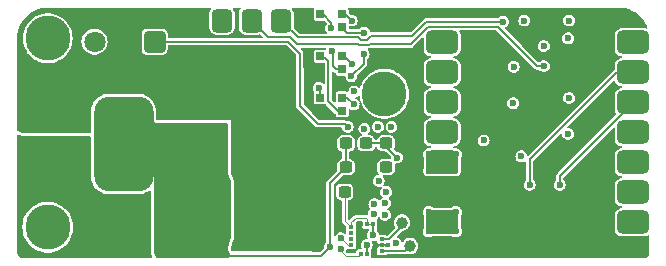
<source format=gbr>
%TF.GenerationSoftware,KiCad,Pcbnew,8.0.4*%
%TF.CreationDate,2025-03-19T01:09:58-05:00*%
%TF.ProjectId,Melty,4d656c74-792e-46b6-9963-61645f706362,rev?*%
%TF.SameCoordinates,Original*%
%TF.FileFunction,Copper,L1,Top*%
%TF.FilePolarity,Positive*%
%FSLAX46Y46*%
G04 Gerber Fmt 4.6, Leading zero omitted, Abs format (unit mm)*
G04 Created by KiCad (PCBNEW 8.0.4) date 2025-03-19 01:09:58*
%MOMM*%
%LPD*%
G01*
G04 APERTURE LIST*
G04 Aperture macros list*
%AMRoundRect*
0 Rectangle with rounded corners*
0 $1 Rounding radius*
0 $2 $3 $4 $5 $6 $7 $8 $9 X,Y pos of 4 corners*
0 Add a 4 corners polygon primitive as box body*
4,1,4,$2,$3,$4,$5,$6,$7,$8,$9,$2,$3,0*
0 Add four circle primitives for the rounded corners*
1,1,$1+$1,$2,$3*
1,1,$1+$1,$4,$5*
1,1,$1+$1,$6,$7*
1,1,$1+$1,$8,$9*
0 Add four rect primitives between the rounded corners*
20,1,$1+$1,$2,$3,$4,$5,0*
20,1,$1+$1,$4,$5,$6,$7,0*
20,1,$1+$1,$6,$7,$8,$9,0*
20,1,$1+$1,$8,$9,$2,$3,0*%
G04 Aperture macros list end*
%TA.AperFunction,SMDPad,CuDef*%
%ADD10C,1.000000*%
%TD*%
%TA.AperFunction,SMDPad,CuDef*%
%ADD11R,0.457200X0.355600*%
%TD*%
%TA.AperFunction,SMDPad,CuDef*%
%ADD12R,0.355600X0.457200*%
%TD*%
%TA.AperFunction,SMDPad,CuDef*%
%ADD13RoundRect,0.237500X-0.300000X-0.237500X0.300000X-0.237500X0.300000X0.237500X-0.300000X0.237500X0*%
%TD*%
%TA.AperFunction,SMDPad,CuDef*%
%ADD14RoundRect,0.437500X0.437500X0.562500X-0.437500X0.562500X-0.437500X-0.562500X0.437500X-0.562500X0*%
%TD*%
%TA.AperFunction,ComponentPad*%
%ADD15C,3.800000*%
%TD*%
%TA.AperFunction,SMDPad,CuDef*%
%ADD16RoundRect,1.250000X-1.250000X-2.250000X1.250000X-2.250000X1.250000X2.250000X-1.250000X2.250000X0*%
%TD*%
%TA.AperFunction,SMDPad,CuDef*%
%ADD17R,0.700000X0.700000*%
%TD*%
%TA.AperFunction,ComponentPad*%
%ADD18RoundRect,0.250200X0.649800X0.649800X-0.649800X0.649800X-0.649800X-0.649800X0.649800X-0.649800X0*%
%TD*%
%TA.AperFunction,ComponentPad*%
%ADD19C,1.800000*%
%TD*%
%TA.AperFunction,SMDPad,CuDef*%
%ADD20RoundRect,1.250000X1.250000X-2.750000X1.250000X2.750000X-1.250000X2.750000X-1.250000X-2.750000X0*%
%TD*%
%TA.AperFunction,ComponentPad*%
%ADD21R,3.000000X3.000000*%
%TD*%
%TA.AperFunction,ComponentPad*%
%ADD22C,3.000000*%
%TD*%
%TA.AperFunction,SMDPad,CuDef*%
%ADD23RoundRect,0.500000X0.875000X0.500000X-0.875000X0.500000X-0.875000X-0.500000X0.875000X-0.500000X0*%
%TD*%
%TA.AperFunction,ViaPad*%
%ADD24C,0.600000*%
%TD*%
%TA.AperFunction,ViaPad*%
%ADD25C,0.450000*%
%TD*%
%TA.AperFunction,Conductor*%
%ADD26C,0.200000*%
%TD*%
%TA.AperFunction,Conductor*%
%ADD27C,0.100000*%
%TD*%
G04 APERTURE END LIST*
D10*
%TO.P,TP1,1,1*%
%TO.N,/INT1*%
X183000000Y-68100000D03*
%TD*%
D11*
%TO.P,U2,1,VDD_IO*%
%TO.N,+3V3*%
X178704600Y-68499748D03*
%TO.P,U2,2,NC*%
%TO.N,unconnected-(U2-NC-Pad2)*%
X178704600Y-68999874D03*
%TO.P,U2,3,NC*%
%TO.N,unconnected-(U2-NC-Pad3)*%
X178704600Y-69500000D03*
%TO.P,U2,4,SCL/SPC*%
%TO.N,/SCK*%
X178704600Y-70000126D03*
%TO.P,U2,5,GND*%
%TO.N,GND*%
X178704600Y-70500252D03*
D12*
%TO.P,U2,6,SDA/SDI/SDO*%
%TO.N,/MOSI*%
X179499874Y-70795400D03*
%TO.P,U2,7,SDO/SA0*%
%TO.N,/MISO*%
X180000000Y-70795400D03*
%TO.P,U2,8,CS*%
%TO.N,GND*%
X180500126Y-70795400D03*
D11*
%TO.P,U2,9,INT2*%
%TO.N,/INT2*%
X181295400Y-70500252D03*
%TO.P,U2,10,RESERVED*%
%TO.N,GND*%
X181295400Y-70000126D03*
%TO.P,U2,11,INT1*%
%TO.N,/INT1*%
X181295400Y-69500000D03*
%TO.P,U2,12,GND*%
%TO.N,GND*%
X181295400Y-68999874D03*
%TO.P,U2,13,GND*%
X181295400Y-68499748D03*
D12*
%TO.P,U2,14,VDD*%
%TO.N,+3V3*%
X180500126Y-68204600D03*
%TO.P,U2,15,RESERVED*%
X180000000Y-68204600D03*
%TO.P,U2,16,GND*%
%TO.N,GND*%
X179499874Y-68204600D03*
%TD*%
D13*
%TO.P,C2,1*%
%TO.N,+5V*%
X181637500Y-63400000D03*
%TO.P,C2,2*%
%TO.N,GND*%
X183362500Y-63400000D03*
%TD*%
D10*
%TO.P,TP2,1,1*%
%TO.N,/INT2*%
X183650000Y-70100000D03*
%TD*%
D14*
%TO.P,U4,1,RX*%
%TO.N,Net-(Q1-D)*%
X172750000Y-51000000D03*
%TO.P,U4,2,TX*%
%TO.N,Net-(Q2-D)*%
X170250000Y-51000000D03*
%TO.P,U4,3,5V*%
%TO.N,+5V*%
X167750000Y-51000000D03*
%TO.P,U4,4,GND*%
%TO.N,GND*%
X165250000Y-51000000D03*
%TD*%
D15*
%TO.P,REF\u002A\u002A,1*%
%TO.N,N/C*%
X153000000Y-52500000D03*
%TD*%
D16*
%TO.P,J3,1,Pin_1*%
%TO.N,+BATT*%
X166000000Y-67025000D03*
%TO.P,J3,2,Pin_2*%
%TO.N,GND*%
X173000000Y-67025000D03*
%TD*%
D15*
%TO.P,REF\u002A\u002A,1*%
%TO.N,N/C*%
X181500000Y-57200000D03*
%TD*%
D17*
%TO.P,D2,1,DOUT*%
%TO.N,Net-(D2-DOUT)*%
X176085000Y-54000000D03*
%TO.P,D2,2,VSS*%
%TO.N,GND*%
X176085000Y-55100000D03*
%TO.P,D2,3,DIN*%
%TO.N,Net-(D1-DOUT)*%
X177915000Y-55100000D03*
%TO.P,D2,4,VDD*%
%TO.N,+5V*%
X177915000Y-54000000D03*
%TD*%
D13*
%TO.P,C5,1*%
%TO.N,+3V3*%
X178137500Y-65500000D03*
%TO.P,C5,2*%
%TO.N,GND*%
X179862500Y-65500000D03*
%TD*%
D17*
%TO.P,D3,1,DOUT*%
%TO.N,Net-(D3-DOUT)*%
X176085000Y-57550000D03*
%TO.P,D3,2,VSS*%
%TO.N,GND*%
X176085000Y-58650000D03*
%TO.P,D3,3,DIN*%
%TO.N,Net-(D2-DOUT)*%
X177915000Y-58650000D03*
%TO.P,D3,4,VDD*%
%TO.N,+5V*%
X177915000Y-57550000D03*
%TD*%
D15*
%TO.P,REF\u002A\u002A,1*%
%TO.N,N/C*%
X153000000Y-68500000D03*
%TD*%
D13*
%TO.P,C1,1*%
%TO.N,+BATT*%
X178237500Y-63400000D03*
%TO.P,C1,2*%
%TO.N,GND*%
X179962500Y-63400000D03*
%TD*%
D18*
%TO.P,U5,1,OUT*%
%TO.N,/IR*%
X162040000Y-52775000D03*
D19*
%TO.P,U5,2,GND*%
%TO.N,GND*%
X159500000Y-52775000D03*
%TO.P,U5,3,Vs*%
%TO.N,+3V3*%
X156960000Y-52775000D03*
%TD*%
D13*
%TO.P,R8,1*%
%TO.N,/VSense*%
X181637500Y-61400000D03*
%TO.P,R8,2*%
%TO.N,GND*%
X183362500Y-61400000D03*
%TD*%
D20*
%TO.P,J5,1,Pin_1*%
%TO.N,+BATT*%
X159425000Y-61450000D03*
%TD*%
D21*
%TO.P,J4,1,Pin_1*%
%TO.N,Net-(J4-Pin_1)*%
X153000000Y-63000000D03*
D22*
%TO.P,J4,2,Pin_2*%
%TO.N,GND*%
X153000000Y-58000000D03*
%TD*%
D13*
%TO.P,R7,1*%
%TO.N,+BATT*%
X178237500Y-61400000D03*
%TO.P,R7,2*%
%TO.N,/VSense*%
X179962500Y-61400000D03*
%TD*%
D23*
%TO.P,U1,1,GPIO2/A0/D0*%
%TO.N,/VSense*%
X202561364Y-68073000D03*
%TO.P,U1,2,GPIO3/A1/D1*%
%TO.N,unconnected-(U1-GPIO3{slash}A1{slash}D1-Pad2)*%
X202561364Y-65533000D03*
%TO.P,U1,3,GPIO4/A2/D2*%
%TO.N,/IR*%
X202561364Y-62993000D03*
%TO.P,U1,4,GPIO5/A3/D3*%
%TO.N,/LED*%
X202561364Y-60453000D03*
%TO.P,U1,5,GPIO6/D4/SDA*%
%TO.N,/ESC1*%
X202561364Y-57913000D03*
%TO.P,U1,6,GPIO7/D5/SCL*%
%TO.N,/ESC2*%
X202561364Y-55373000D03*
%TO.P,U1,7,GPIO21/D6/TX*%
%TO.N,/TX*%
X202561364Y-52833000D03*
%TO.P,U1,8,GPIO20/D7/RX*%
%TO.N,/RX*%
X186396364Y-52833000D03*
%TO.P,U1,9,GPIO8/D8/SCK*%
%TO.N,/SCK*%
X186396364Y-55373000D03*
%TO.P,U1,10,GPIO9/D9/MISO*%
%TO.N,/MISO*%
X186396364Y-57913000D03*
%TO.P,U1,11,GPIO10/D10/MOSI*%
%TO.N,/MOSI*%
X186396364Y-60453000D03*
%TO.P,U1,12,VCC_3V3*%
%TO.N,+3V3*%
X186396364Y-62993000D03*
%TO.P,U1,13,GND*%
%TO.N,GND*%
X186396364Y-65533000D03*
%TO.P,U1,14,VBUS*%
%TO.N,+5V*%
X186396364Y-68073000D03*
%TD*%
D17*
%TO.P,D1,1,DOUT*%
%TO.N,Net-(D1-DOUT)*%
X176085000Y-50450000D03*
%TO.P,D1,2,VSS*%
%TO.N,GND*%
X176085000Y-51550000D03*
%TO.P,D1,3,DIN*%
%TO.N,Net-(D1-DIN)*%
X177915000Y-51550000D03*
%TO.P,D1,4,VDD*%
%TO.N,+5V*%
X177915000Y-50450000D03*
%TD*%
D24*
%TO.N,+5V*%
X181650000Y-65500000D03*
D25*
%TO.N,GND*%
X175000000Y-65400000D03*
X172000000Y-69400000D03*
X173000000Y-66400000D03*
X174000000Y-68400000D03*
D24*
X195100000Y-64850000D03*
X175275460Y-58100000D03*
X179650000Y-69150000D03*
D25*
X171000000Y-66400000D03*
X171000000Y-68400000D03*
D24*
X183800000Y-66450000D03*
D25*
X175000000Y-69400000D03*
X172000000Y-67400000D03*
D24*
X182600000Y-66450000D03*
D25*
X174000000Y-65400000D03*
D24*
X186400000Y-65550000D03*
D25*
X173000000Y-68400000D03*
D24*
X175275460Y-51002962D03*
D25*
X171000000Y-67400000D03*
D24*
X187550000Y-66250000D03*
X185250000Y-64800000D03*
X189900000Y-62900000D03*
D25*
X173000000Y-67400000D03*
X173000000Y-69400000D03*
D24*
X187500000Y-64800000D03*
D25*
X174000000Y-66400000D03*
D24*
X165250000Y-51050000D03*
X185250000Y-66250000D03*
D25*
X172000000Y-66400000D03*
X174000000Y-67400000D03*
X173000000Y-65400000D03*
X175000000Y-67400000D03*
X175000000Y-66400000D03*
D24*
X192650000Y-64900000D03*
D25*
X171000000Y-69400000D03*
D24*
X175275460Y-54550000D03*
D25*
X172000000Y-68400000D03*
X172000000Y-65400000D03*
X171000000Y-65400000D03*
X175000000Y-68400000D03*
X174000000Y-69400000D03*
%TO.N,+BATT*%
X166100000Y-68400000D03*
X166100000Y-66400000D03*
X168100000Y-67400000D03*
X168100000Y-66400000D03*
X168100000Y-69400000D03*
X160500000Y-62000000D03*
X161500000Y-60100000D03*
X161500000Y-62000000D03*
X165100000Y-67400000D03*
X168100000Y-65400000D03*
X160500000Y-60100000D03*
X159500000Y-60100000D03*
X164100000Y-66400000D03*
X165100000Y-68400000D03*
X157500000Y-61000000D03*
X160500000Y-61000000D03*
X166100000Y-69400000D03*
X157500000Y-60100000D03*
X167100000Y-68400000D03*
X157500000Y-62000000D03*
X165100000Y-69400000D03*
X167100000Y-65400000D03*
X168100000Y-68400000D03*
X166100000Y-65400000D03*
X159500000Y-62000000D03*
X167100000Y-67400000D03*
X164100000Y-65400000D03*
X166100000Y-67400000D03*
X164100000Y-67400000D03*
D24*
X176900000Y-70150000D03*
D25*
X165100000Y-66400000D03*
X158500000Y-62000000D03*
X164100000Y-69400000D03*
X158500000Y-61000000D03*
X159500000Y-61000000D03*
X165100000Y-65400000D03*
X158500000Y-60100000D03*
X167100000Y-69400000D03*
X164100000Y-68400000D03*
X161500000Y-61000000D03*
X167100000Y-66400000D03*
D24*
%TO.N,+5V*%
X181550000Y-67450000D03*
X181550000Y-66450000D03*
X167750000Y-51000000D03*
X180950000Y-60000000D03*
X182100000Y-60000000D03*
X193100000Y-62500000D03*
X180600000Y-67350000D03*
X195000000Y-53150000D03*
X187550000Y-67200000D03*
X178900000Y-58086194D03*
X185250000Y-68850000D03*
X185250000Y-67200000D03*
X178724540Y-50997038D03*
X193350000Y-51000000D03*
X181025000Y-64575000D03*
X178800000Y-54700000D03*
X180650000Y-66550000D03*
X179812932Y-60171670D03*
X181692463Y-63442463D03*
X186400000Y-68100000D03*
X187550000Y-68850000D03*
%TO.N,+3V3*%
X197050000Y-60600000D03*
X185250000Y-62300000D03*
X192450000Y-54900000D03*
X182453399Y-69850252D03*
X197150000Y-57550000D03*
X177950000Y-65509620D03*
X197150000Y-51000000D03*
X180550000Y-69150000D03*
X189900000Y-61150000D03*
X192400000Y-58000000D03*
X185250000Y-63700000D03*
X187550000Y-62300000D03*
X186400000Y-63000000D03*
X197050000Y-52500000D03*
X187500000Y-63700000D03*
%TO.N,Net-(D1-DIN)*%
X179759620Y-52009620D03*
%TO.N,Net-(D1-DOUT)*%
X177067505Y-53600000D03*
X177000000Y-51650000D03*
%TO.N,Net-(D3-DOUT)*%
X175950000Y-56699998D03*
X178950000Y-57000000D03*
%TO.N,/VSense*%
X202550000Y-68150000D03*
X182550000Y-62600000D03*
%TO.N,/ESC2*%
X193800000Y-64900000D03*
%TO.N,/ESC1*%
X196350000Y-64900000D03*
%TO.N,/RX*%
X186350000Y-52850000D03*
%TO.N,Net-(Q1-D)*%
X191550000Y-51100000D03*
%TO.N,/TX*%
X202561364Y-52833000D03*
%TO.N,Net-(Q2-D)*%
X195000000Y-54850000D03*
%TO.N,/LED*%
X202561364Y-60453000D03*
%TO.N,/SCK*%
X177809311Y-69418621D03*
X186400000Y-55350000D03*
%TO.N,/MOSI*%
X177800000Y-70300000D03*
X186350000Y-60500000D03*
%TO.N,/IR*%
X178400000Y-60000000D03*
X202550000Y-63050000D03*
%TO.N,/MISO*%
X186534620Y-58034620D03*
X180000000Y-70000000D03*
D25*
%TO.N,Net-(J4-Pin_1)*%
X156500000Y-62000000D03*
X157500000Y-67000000D03*
X155500000Y-64000000D03*
X156500000Y-66000000D03*
X157500000Y-70000000D03*
X155500000Y-62000000D03*
X160500000Y-69000000D03*
X158500000Y-68000000D03*
X156500000Y-69000000D03*
X160500000Y-68000000D03*
X161500000Y-68000000D03*
X160500000Y-67000000D03*
X159500000Y-70000000D03*
X156500000Y-70000000D03*
X157500000Y-68000000D03*
X161500000Y-67000000D03*
X159500000Y-68000000D03*
X156500000Y-65000000D03*
X156500000Y-64000000D03*
X156500000Y-61000000D03*
X158500000Y-67000000D03*
X161500000Y-70000000D03*
X161500000Y-69000000D03*
X160500000Y-70000000D03*
X155500000Y-63000000D03*
X159500000Y-67000000D03*
X159500000Y-69000000D03*
X158500000Y-70000000D03*
X156500000Y-67000000D03*
X156500000Y-68000000D03*
X157500000Y-69000000D03*
X155500000Y-61000000D03*
X158500000Y-69000000D03*
X155500000Y-65000000D03*
X156500000Y-63000000D03*
D24*
%TO.N,Net-(D5-DOUT)*%
X179750000Y-53850000D03*
X178700000Y-55700000D03*
%TD*%
D26*
%TO.N,GND*%
X175822498Y-51550000D02*
X176085000Y-51550000D01*
X175825460Y-58650000D02*
X176085000Y-58650000D01*
X175275460Y-58100000D02*
X175825460Y-58650000D01*
X175825460Y-55100000D02*
X176085000Y-55100000D01*
X175275460Y-51002962D02*
X175822498Y-51550000D01*
X175275460Y-54550000D02*
X175825460Y-55100000D01*
%TO.N,+BATT*%
X178237500Y-63400000D02*
X178237500Y-61400000D01*
X176900000Y-64737500D02*
X176900000Y-70150000D01*
X167400000Y-70900000D02*
X166350000Y-70900000D01*
X175850000Y-70900000D02*
X167400000Y-70900000D01*
X176900000Y-70150000D02*
X176150000Y-70900000D01*
X166350000Y-70900000D02*
X166200000Y-70750000D01*
X176150000Y-70900000D02*
X175850000Y-70900000D01*
X178237500Y-63400000D02*
X176900000Y-64737500D01*
%TO.N,+5V*%
X178100000Y-54000000D02*
X177915000Y-54000000D01*
X178363806Y-57550000D02*
X178900000Y-58086194D01*
X178724540Y-50997038D02*
X178177502Y-50450000D01*
X178177502Y-50450000D02*
X177915000Y-50450000D01*
X178800000Y-54700000D02*
X178100000Y-54000000D01*
X177915000Y-57550000D02*
X178363806Y-57550000D01*
D27*
%TO.N,+3V3*%
X179072074Y-67726000D02*
X179650000Y-67726000D01*
X178137500Y-65500000D02*
X178137500Y-67932648D01*
X180000000Y-67798326D02*
X180000000Y-68204600D01*
X178704600Y-68093474D02*
X179072074Y-67726000D01*
D26*
X180550000Y-68254474D02*
X180500126Y-68204600D01*
D27*
X179927674Y-67726000D02*
X180000000Y-67798326D01*
D26*
X180550000Y-69150000D02*
X180550000Y-68254474D01*
D27*
X178137500Y-67932648D02*
X178704600Y-68499748D01*
X180500126Y-68204600D02*
X180000000Y-68204600D01*
X180632778Y-68071948D02*
X180500126Y-68204600D01*
X179650000Y-67726000D02*
X179927674Y-67726000D01*
X178704600Y-68499748D02*
X178704600Y-68093474D01*
D26*
%TO.N,Net-(D1-DIN)*%
X177915000Y-51550000D02*
X178374620Y-52009620D01*
X178374620Y-52009620D02*
X179759620Y-52009620D01*
%TO.N,Net-(D1-DOUT)*%
X177000000Y-51165000D02*
X177000000Y-51650000D01*
X176285000Y-50450000D02*
X177000000Y-51165000D01*
X177365000Y-55100000D02*
X177915000Y-55100000D01*
X176085000Y-50450000D02*
X176285000Y-50450000D01*
X177067505Y-53600000D02*
X177135000Y-53667495D01*
X177135000Y-53667495D02*
X177135000Y-54870000D01*
X177135000Y-54870000D02*
X177365000Y-55100000D01*
%TO.N,Net-(D2-DOUT)*%
X177550000Y-58650000D02*
X177915000Y-58650000D01*
X176470000Y-54185000D02*
X176735000Y-54450000D01*
X176735000Y-54450000D02*
X176735000Y-57835000D01*
X176735000Y-57835000D02*
X177550000Y-58650000D01*
X176085000Y-54000000D02*
X176085000Y-54185000D01*
X176085000Y-54185000D02*
X176470000Y-54185000D01*
%TO.N,Net-(D3-DOUT)*%
X176085000Y-56834998D02*
X175950000Y-56699998D01*
X176085000Y-57550000D02*
X176085000Y-56834998D01*
%TO.N,/VSense*%
X202550000Y-68084364D02*
X202561364Y-68073000D01*
X181637500Y-61400000D02*
X179962500Y-61400000D01*
X181637500Y-61687500D02*
X182550000Y-62600000D01*
X181637500Y-61400000D02*
X181637500Y-61687500D01*
X202550000Y-68150000D02*
X202550000Y-68084364D01*
%TO.N,/ESC2*%
X202561364Y-55373000D02*
X201186364Y-55373000D01*
X193800000Y-62759364D02*
X193800000Y-64900000D01*
X201186364Y-55373000D02*
X193800000Y-62759364D01*
%TO.N,/ESC1*%
X202561364Y-57913000D02*
X202561364Y-57939358D01*
X202561364Y-57939358D02*
X196350000Y-64150722D01*
X196350000Y-64150722D02*
X196350000Y-64900000D01*
%TO.N,Net-(Q1-D)*%
X179490381Y-52659620D02*
X180028859Y-52659620D01*
X172750000Y-51000000D02*
X174159620Y-52409620D01*
X185050036Y-51100000D02*
X191550000Y-51100000D01*
X183871177Y-52278859D02*
X185050036Y-51100000D01*
X180409620Y-52278859D02*
X183871177Y-52278859D01*
X174159620Y-52409620D02*
X179240381Y-52409620D01*
X180028859Y-52659620D02*
X180409620Y-52278859D01*
X179240381Y-52409620D02*
X179490381Y-52659620D01*
%TO.N,Net-(Q2-D)*%
X194450000Y-54850000D02*
X195000000Y-54850000D01*
X180254165Y-53000000D02*
X183715722Y-53000000D01*
X173490686Y-52375000D02*
X174115686Y-53000000D01*
X191133000Y-51533000D02*
X194450000Y-54850000D01*
X183715722Y-53000000D02*
X185182722Y-51533000D01*
X171625000Y-52375000D02*
X173490686Y-52375000D01*
X174115686Y-53000000D02*
X179265076Y-53000000D01*
X170250000Y-51000000D02*
X171625000Y-52375000D01*
X180194545Y-53059620D02*
X180254165Y-53000000D01*
X179265076Y-53000000D02*
X179324695Y-53059620D01*
X185182722Y-51533000D02*
X191133000Y-51533000D01*
X179324695Y-53059620D02*
X180194545Y-53059620D01*
D27*
%TO.N,/SCK*%
X178390816Y-70000126D02*
X177809311Y-69418621D01*
D26*
X186396364Y-55353636D02*
X186400000Y-55350000D01*
D27*
X178704600Y-70000126D02*
X178390816Y-70000126D01*
D26*
X186396364Y-55373000D02*
X186396364Y-55353636D01*
D27*
%TO.N,/MOSI*%
X177800000Y-70300000D02*
X177800000Y-70502052D01*
D26*
X186396364Y-60453636D02*
X186350000Y-60500000D01*
D27*
X177800000Y-70502052D02*
X178247948Y-70950000D01*
X179345274Y-70950000D02*
X179499874Y-70795400D01*
X178247948Y-70950000D02*
X179345274Y-70950000D01*
D26*
X186396364Y-60453000D02*
X186396364Y-60453636D01*
%TO.N,/IR*%
X174350000Y-58215000D02*
X175885000Y-59750000D01*
X178150000Y-59750000D02*
X178400000Y-60000000D01*
X174350000Y-53800000D02*
X174350000Y-58215000D01*
X162040000Y-52775000D02*
X173325000Y-52775000D01*
X175885000Y-59750000D02*
X178150000Y-59750000D01*
X173325000Y-52775000D02*
X174350000Y-53800000D01*
%TO.N,/MISO*%
X180000000Y-70000000D02*
X180000000Y-70795400D01*
X186396364Y-57913000D02*
X186517984Y-58034620D01*
X186517984Y-58034620D02*
X186534620Y-58034620D01*
%TO.N,/INT2*%
X183249748Y-70500252D02*
X183650000Y-70100000D01*
X181295400Y-70500252D02*
X183249748Y-70500252D01*
%TO.N,/INT1*%
X181884412Y-69500000D02*
X183000000Y-68384412D01*
X181295400Y-69500000D02*
X181884412Y-69500000D01*
X183000000Y-68384412D02*
X183000000Y-68100000D01*
%TO.N,Net-(D5-DOUT)*%
X178700000Y-55700000D02*
X179750000Y-54650000D01*
X179750000Y-54650000D02*
X179750000Y-53850000D01*
%TD*%
%TA.AperFunction,Conductor*%
%TO.N,GND*%
G36*
X173999500Y-55044486D02*
G01*
X173999500Y-58261144D01*
X174001977Y-58270386D01*
X174023386Y-58350287D01*
X174023387Y-58350290D01*
X174069527Y-58430208D01*
X174069531Y-58430213D01*
X175400000Y-59760682D01*
X175400000Y-70549500D01*
X168674000Y-70549500D01*
X168606961Y-70529815D01*
X168561206Y-70477011D01*
X168550000Y-70425500D01*
X168550000Y-70058784D01*
X168567476Y-69995312D01*
X168602656Y-69936273D01*
X168693050Y-69704614D01*
X168744081Y-69461237D01*
X168750500Y-69357842D01*
X168750500Y-64692158D01*
X168744081Y-64588763D01*
X168693050Y-64345386D01*
X168693048Y-64345381D01*
X168693046Y-64345374D01*
X168602656Y-64113728D01*
X168602656Y-64113727D01*
X168567477Y-64054688D01*
X168550000Y-63991215D01*
X168550000Y-60450003D01*
X168550000Y-60450000D01*
X168550000Y-59450000D01*
X167550000Y-59450000D01*
X167549997Y-59450000D01*
X162299500Y-59450000D01*
X162232461Y-59430315D01*
X162186706Y-59377511D01*
X162175500Y-59326000D01*
X162175500Y-58617168D01*
X162175500Y-58617158D01*
X162169081Y-58513763D01*
X162118050Y-58270386D01*
X162118048Y-58270381D01*
X162118046Y-58270374D01*
X162027657Y-58038730D01*
X162027656Y-58038727D01*
X161900366Y-57825106D01*
X161900363Y-57825103D01*
X161900360Y-57825097D01*
X161739651Y-57635350D01*
X161739649Y-57635348D01*
X161549902Y-57474639D01*
X161549894Y-57474634D01*
X161336273Y-57347344D01*
X161336271Y-57347343D01*
X161336269Y-57347342D01*
X161104625Y-57256953D01*
X161104615Y-57256950D01*
X160861238Y-57205919D01*
X160861235Y-57205918D01*
X160757850Y-57199500D01*
X160757842Y-57199500D01*
X158092158Y-57199500D01*
X158092149Y-57199500D01*
X157988764Y-57205918D01*
X157988761Y-57205919D01*
X157745384Y-57256950D01*
X157745374Y-57256953D01*
X157513730Y-57347342D01*
X157300097Y-57474639D01*
X157110350Y-57635348D01*
X157110348Y-57635350D01*
X156949639Y-57825097D01*
X156822342Y-58038730D01*
X156731953Y-58270374D01*
X156731950Y-58270384D01*
X156680919Y-58513761D01*
X156680918Y-58513764D01*
X156674500Y-58617149D01*
X156674500Y-60376000D01*
X156654815Y-60443039D01*
X156602011Y-60488794D01*
X156550500Y-60500000D01*
X151008845Y-60500000D01*
X150996694Y-60499403D01*
X150819866Y-60481991D01*
X150796030Y-60477251D01*
X150631850Y-60427460D01*
X150609398Y-60418163D01*
X150514640Y-60367530D01*
X150469105Y-60343198D01*
X150419255Y-60294243D01*
X150403546Y-60233886D01*
X150401465Y-54951579D01*
X173999500Y-55044486D01*
G37*
%TD.AperFunction*%
%TA.AperFunction,Conductor*%
G36*
X175400000Y-55050000D02*
G01*
X175400000Y-56660120D01*
X175394750Y-56699997D01*
X175394750Y-56699998D01*
X175400000Y-56739874D01*
X175400000Y-58769318D01*
X174736819Y-58106137D01*
X174703334Y-58044814D01*
X174700500Y-58018456D01*
X174700500Y-55047246D01*
X175400000Y-55050000D01*
G37*
%TD.AperFunction*%
%TD*%
%TA.AperFunction,Conductor*%
%TO.N,Net-(J4-Pin_1)*%
G36*
X150563752Y-60673799D02*
G01*
X150721868Y-60721751D01*
X150721874Y-60721752D01*
X150721879Y-60721754D01*
X150746197Y-60727844D01*
X150770033Y-60732584D01*
X150794828Y-60736261D01*
X150794834Y-60736261D01*
X150794837Y-60736262D01*
X150971645Y-60753672D01*
X150971648Y-60753672D01*
X150971656Y-60753673D01*
X150984156Y-60754595D01*
X150996307Y-60755192D01*
X151008845Y-60755500D01*
X151008864Y-60755500D01*
X156550500Y-60755500D01*
X156617539Y-60775185D01*
X156663294Y-60827989D01*
X156674500Y-60879500D01*
X156674500Y-64282850D01*
X156680918Y-64386235D01*
X156680919Y-64386238D01*
X156731950Y-64629615D01*
X156731953Y-64629625D01*
X156822342Y-64861269D01*
X156949639Y-65074902D01*
X157110348Y-65264649D01*
X157110350Y-65264651D01*
X157300097Y-65425360D01*
X157300103Y-65425363D01*
X157300106Y-65425366D01*
X157513727Y-65552656D01*
X157513730Y-65552657D01*
X157745374Y-65643046D01*
X157745381Y-65643048D01*
X157745386Y-65643050D01*
X157988763Y-65694081D01*
X158092158Y-65700500D01*
X158092169Y-65700500D01*
X160757831Y-65700500D01*
X160757842Y-65700500D01*
X160861237Y-65694081D01*
X161104614Y-65643050D01*
X161104621Y-65643046D01*
X161104625Y-65643046D01*
X161183980Y-65612080D01*
X161336273Y-65552656D01*
X161549894Y-65425366D01*
X161549898Y-65425361D01*
X161554299Y-65422740D01*
X161555100Y-65424085D01*
X161614446Y-65403464D01*
X161682366Y-65419852D01*
X161730645Y-65470359D01*
X161744500Y-65527316D01*
X161744500Y-70486231D01*
X161744809Y-70498804D01*
X161745413Y-70511023D01*
X161746345Y-70523603D01*
X161761071Y-70672398D01*
X161761087Y-70672547D01*
X161763935Y-70701318D01*
X161763936Y-70701325D01*
X161767650Y-70726239D01*
X161772433Y-70750169D01*
X161778588Y-70774617D01*
X161778589Y-70774622D01*
X161828884Y-70939574D01*
X161834860Y-70956187D01*
X161839026Y-71025933D01*
X161814032Y-71076817D01*
X161797422Y-71097056D01*
X161739679Y-71136391D01*
X161701569Y-71142393D01*
X151014064Y-71142393D01*
X151000181Y-71141613D01*
X150975195Y-71138797D01*
X150887588Y-71128927D01*
X150860518Y-71122749D01*
X150760178Y-71087639D01*
X150735160Y-71075591D01*
X150645150Y-71019034D01*
X150623441Y-71001721D01*
X150548278Y-70926558D01*
X150530965Y-70904849D01*
X150474408Y-70814839D01*
X150462360Y-70789821D01*
X150457040Y-70774618D01*
X150427249Y-70689479D01*
X150421072Y-70662410D01*
X150420024Y-70653112D01*
X150408387Y-70549819D01*
X150407607Y-70535936D01*
X150407607Y-70476531D01*
X150407580Y-70476166D01*
X150406801Y-68500000D01*
X150844475Y-68500000D01*
X150864551Y-68793511D01*
X150864552Y-68793513D01*
X150924404Y-69081543D01*
X150924409Y-69081559D01*
X151022927Y-69358762D01*
X151158278Y-69619977D01*
X151158282Y-69619983D01*
X151327932Y-69860323D01*
X151528743Y-70075338D01*
X151656384Y-70179181D01*
X151756951Y-70260999D01*
X151756953Y-70261000D01*
X151756954Y-70261001D01*
X152008319Y-70413860D01*
X152008324Y-70413862D01*
X152260975Y-70523603D01*
X152278159Y-70531067D01*
X152561445Y-70610440D01*
X152817681Y-70645659D01*
X152852901Y-70650500D01*
X152852902Y-70650500D01*
X153147099Y-70650500D01*
X153178520Y-70646180D01*
X153438555Y-70610440D01*
X153721841Y-70531067D01*
X153991682Y-70413859D01*
X154243049Y-70260999D01*
X154471260Y-70075335D01*
X154672065Y-69860326D01*
X154841722Y-69619976D01*
X154977072Y-69358764D01*
X155075592Y-69081554D01*
X155075592Y-69081549D01*
X155075595Y-69081543D01*
X155108511Y-68923135D01*
X155135448Y-68793511D01*
X155155525Y-68500000D01*
X155135448Y-68206489D01*
X155118089Y-68122955D01*
X155075595Y-67918456D01*
X155075590Y-67918440D01*
X154977072Y-67641237D01*
X154977072Y-67641236D01*
X154841722Y-67380024D01*
X154841721Y-67380022D01*
X154841717Y-67380016D01*
X154672067Y-67139676D01*
X154471256Y-66924661D01*
X154243045Y-66738998D01*
X153991680Y-66586139D01*
X153991675Y-66586137D01*
X153721845Y-66468934D01*
X153438560Y-66389561D01*
X153438556Y-66389560D01*
X153438555Y-66389560D01*
X153292826Y-66369530D01*
X153147099Y-66349500D01*
X153147098Y-66349500D01*
X152852902Y-66349500D01*
X152852901Y-66349500D01*
X152561445Y-66389560D01*
X152561439Y-66389561D01*
X152278154Y-66468934D01*
X152008324Y-66586137D01*
X152008319Y-66586139D01*
X151756954Y-66738998D01*
X151528743Y-66924661D01*
X151327932Y-67139676D01*
X151158282Y-67380016D01*
X151158278Y-67380022D01*
X151022927Y-67641237D01*
X150924409Y-67918440D01*
X150924404Y-67918456D01*
X150864552Y-68206486D01*
X150864551Y-68206488D01*
X150844475Y-68500000D01*
X150406801Y-68500000D01*
X150403765Y-60792508D01*
X150423423Y-60725464D01*
X150476209Y-60679688D01*
X150545364Y-60669717D01*
X150563752Y-60673799D01*
G37*
%TD.AperFunction*%
%TD*%
%TA.AperFunction,Conductor*%
%TO.N,+BATT*%
G36*
X161934567Y-59469685D02*
G01*
X161975282Y-59512640D01*
X161993607Y-59544821D01*
X161993610Y-59544825D01*
X161993612Y-59544828D01*
X162020080Y-59575374D01*
X162039363Y-59597628D01*
X162039366Y-59597631D01*
X162039367Y-59597632D01*
X162072141Y-59629257D01*
X162160476Y-59675465D01*
X162160477Y-59675465D01*
X162160477Y-59675466D01*
X162210605Y-59690184D01*
X162227515Y-59695150D01*
X162227519Y-59695150D01*
X162227521Y-59695151D01*
X162239152Y-59696823D01*
X162299500Y-59705500D01*
X168167175Y-59705500D01*
X168234214Y-59725185D01*
X168245828Y-59733637D01*
X168247655Y-59735136D01*
X168264845Y-59752322D01*
X168266347Y-59754153D01*
X168293665Y-59818459D01*
X168294500Y-59832824D01*
X168294500Y-63991218D01*
X168303666Y-64059041D01*
X168321144Y-64122515D01*
X168347987Y-64185473D01*
X168347989Y-64185477D01*
X168367069Y-64217498D01*
X168376062Y-64235893D01*
X168443596Y-64408963D01*
X168449440Y-64428592D01*
X168488374Y-64614278D01*
X168490775Y-64632040D01*
X168494762Y-64696246D01*
X168495000Y-64703931D01*
X168495000Y-69346067D01*
X168494762Y-69353752D01*
X168490775Y-69417958D01*
X168488374Y-69435719D01*
X168449440Y-69621406D01*
X168443596Y-69641035D01*
X168376067Y-69814096D01*
X168367073Y-69832494D01*
X168347995Y-69864511D01*
X168347982Y-69864535D01*
X168321146Y-69927479D01*
X168321142Y-69927491D01*
X168303668Y-69990955D01*
X168303666Y-69990963D01*
X168294500Y-70058782D01*
X168294500Y-70425502D01*
X168300338Y-70479812D01*
X168311543Y-70531318D01*
X168311546Y-70531327D01*
X168318779Y-70557692D01*
X168318783Y-70557703D01*
X168368105Y-70644318D01*
X168368110Y-70644325D01*
X168368112Y-70644328D01*
X168395685Y-70676149D01*
X168413866Y-70697131D01*
X168413871Y-70697136D01*
X168436435Y-70718909D01*
X168471009Y-70779625D01*
X168467268Y-70849394D01*
X168459832Y-70866327D01*
X168388758Y-71000063D01*
X168375380Y-71020209D01*
X168313000Y-71096739D01*
X168255390Y-71136264D01*
X168216888Y-71142393D01*
X162304625Y-71142393D01*
X162237586Y-71122708D01*
X162209038Y-71097381D01*
X162177933Y-71059736D01*
X162164319Y-71039487D01*
X162082660Y-70887587D01*
X162073273Y-70865045D01*
X162022980Y-70700101D01*
X162018192Y-70676149D01*
X162015042Y-70644326D01*
X162000603Y-70498429D01*
X162000000Y-70486216D01*
X162000000Y-65200003D01*
X162000000Y-65200000D01*
X162000000Y-64200000D01*
X161000000Y-64200000D01*
X160999997Y-64200000D01*
X158256093Y-64200000D01*
X158243939Y-64199403D01*
X158067065Y-64181982D01*
X158043224Y-64177240D01*
X157879001Y-64127424D01*
X157856543Y-64118121D01*
X157705201Y-64037227D01*
X157684989Y-64023722D01*
X157552333Y-63914854D01*
X157535145Y-63897666D01*
X157426277Y-63765010D01*
X157412772Y-63744798D01*
X157331878Y-63593456D01*
X157322575Y-63570998D01*
X157272757Y-63406769D01*
X157268018Y-63382941D01*
X157250597Y-63206061D01*
X157250000Y-63193907D01*
X157250000Y-60456092D01*
X157250597Y-60443938D01*
X157268018Y-60267056D01*
X157272757Y-60243232D01*
X157322577Y-60078994D01*
X157331875Y-60056549D01*
X157412775Y-59905195D01*
X157426272Y-59884995D01*
X157535152Y-59752326D01*
X157552328Y-59735149D01*
X157684995Y-59626272D01*
X157705195Y-59612775D01*
X157856549Y-59531875D01*
X157878994Y-59522577D01*
X158043232Y-59472757D01*
X158067056Y-59468018D01*
X158243939Y-59450597D01*
X158256093Y-59450000D01*
X161867528Y-59450000D01*
X161934567Y-59469685D01*
G37*
%TD.AperFunction*%
%TD*%
%TA.AperFunction,Conductor*%
%TO.N,GND*%
G36*
X201352065Y-49900615D02*
G01*
X201636914Y-49916612D01*
X201645150Y-49917541D01*
X201924345Y-49964978D01*
X201932428Y-49966823D01*
X202204578Y-50045227D01*
X202212390Y-50047961D01*
X202474053Y-50156345D01*
X202481503Y-50159932D01*
X202729388Y-50296934D01*
X202736394Y-50301336D01*
X202967388Y-50465235D01*
X202973856Y-50470394D01*
X203051798Y-50540047D01*
X203185025Y-50659107D01*
X203190892Y-50664974D01*
X203238150Y-50717855D01*
X203379603Y-50876141D01*
X203384766Y-50882613D01*
X203505379Y-51052601D01*
X203548661Y-51113602D01*
X203553068Y-51120616D01*
X203690063Y-51368489D01*
X203693658Y-51375956D01*
X203777537Y-51578459D01*
X203777537Y-51635096D01*
X203737488Y-51675144D01*
X203687156Y-51677427D01*
X203635112Y-51661210D01*
X203563560Y-51638914D01*
X203563556Y-51638913D01*
X203563554Y-51638913D01*
X203492987Y-51632500D01*
X203492980Y-51632500D01*
X201629748Y-51632500D01*
X201629740Y-51632500D01*
X201559173Y-51638913D01*
X201559172Y-51638913D01*
X201559169Y-51638913D01*
X201559168Y-51638914D01*
X201396758Y-51689522D01*
X201396756Y-51689522D01*
X201396756Y-51689523D01*
X201251178Y-51777528D01*
X201130892Y-51897814D01*
X201042888Y-52043391D01*
X201042886Y-52043394D01*
X200992278Y-52205804D01*
X200992277Y-52205808D01*
X200992277Y-52205809D01*
X200985864Y-52276376D01*
X200985864Y-53389623D01*
X200992277Y-53460190D01*
X200992277Y-53460191D01*
X200992277Y-53460193D01*
X200992278Y-53460196D01*
X201042886Y-53622606D01*
X201130892Y-53768185D01*
X201251179Y-53888472D01*
X201396758Y-53976478D01*
X201559168Y-54027086D01*
X201572741Y-54028319D01*
X201583571Y-54029304D01*
X201633721Y-54055625D01*
X201650570Y-54109697D01*
X201624249Y-54159847D01*
X201583571Y-54176696D01*
X201559173Y-54178913D01*
X201559172Y-54178913D01*
X201559169Y-54178913D01*
X201559168Y-54178914D01*
X201396758Y-54229522D01*
X201396756Y-54229522D01*
X201396756Y-54229523D01*
X201251178Y-54317528D01*
X201130892Y-54437814D01*
X201056343Y-54561133D01*
X201042886Y-54583394D01*
X201004200Y-54707545D01*
X200992277Y-54745808D01*
X200992277Y-54745809D01*
X200985864Y-54816376D01*
X200985864Y-55117877D01*
X200964190Y-55170203D01*
X193713794Y-62420598D01*
X193661468Y-62442272D01*
X193609142Y-62420598D01*
X193588221Y-62378801D01*
X193586352Y-62365804D01*
X193585165Y-62357543D01*
X193525377Y-62226627D01*
X193431128Y-62117857D01*
X193337701Y-62057815D01*
X193310054Y-62040047D01*
X193310050Y-62040046D01*
X193171964Y-61999500D01*
X193171961Y-61999500D01*
X193028039Y-61999500D01*
X193028036Y-61999500D01*
X192889949Y-62040046D01*
X192889945Y-62040047D01*
X192768875Y-62117855D01*
X192768868Y-62117860D01*
X192674623Y-62226626D01*
X192614834Y-62357545D01*
X192594353Y-62500000D01*
X192614834Y-62642454D01*
X192614834Y-62642455D01*
X192614835Y-62642457D01*
X192653571Y-62727275D01*
X192674623Y-62773373D01*
X192768868Y-62882139D01*
X192768869Y-62882140D01*
X192768872Y-62882143D01*
X192889947Y-62959953D01*
X192996403Y-62991211D01*
X193028035Y-63000499D01*
X193028037Y-63000500D01*
X193028039Y-63000500D01*
X193171963Y-63000500D01*
X193171964Y-63000499D01*
X193310053Y-62959953D01*
X193385495Y-62911469D01*
X193441229Y-62901414D01*
X193487753Y-62933715D01*
X193499500Y-62973723D01*
X193499500Y-64457766D01*
X193477826Y-64510092D01*
X193472715Y-64514211D01*
X193472872Y-64514392D01*
X193468868Y-64517860D01*
X193374623Y-64626626D01*
X193314834Y-64757545D01*
X193294353Y-64900000D01*
X193314834Y-65042454D01*
X193314834Y-65042455D01*
X193314835Y-65042457D01*
X193349271Y-65117860D01*
X193374623Y-65173373D01*
X193468868Y-65282139D01*
X193468869Y-65282140D01*
X193468872Y-65282143D01*
X193589947Y-65359953D01*
X193673660Y-65384533D01*
X193728035Y-65400499D01*
X193728037Y-65400500D01*
X193728039Y-65400500D01*
X193871963Y-65400500D01*
X193871964Y-65400499D01*
X194010053Y-65359953D01*
X194131128Y-65282143D01*
X194225377Y-65173373D01*
X194285165Y-65042457D01*
X194305647Y-64900000D01*
X194285165Y-64757543D01*
X194225377Y-64626627D01*
X194131128Y-64517857D01*
X194131126Y-64517855D01*
X194127128Y-64514392D01*
X194129041Y-64512183D01*
X194102183Y-64473459D01*
X194100500Y-64457766D01*
X194100500Y-62914486D01*
X194122173Y-62862161D01*
X196419704Y-60564629D01*
X196472029Y-60542956D01*
X196524355Y-60564630D01*
X196545276Y-60606425D01*
X196564834Y-60742454D01*
X196564834Y-60742455D01*
X196564835Y-60742457D01*
X196613624Y-60849288D01*
X196624623Y-60873373D01*
X196718868Y-60982139D01*
X196718869Y-60982140D01*
X196718872Y-60982143D01*
X196839947Y-61059953D01*
X196946403Y-61091211D01*
X196978035Y-61100499D01*
X196978037Y-61100500D01*
X196978039Y-61100500D01*
X197121963Y-61100500D01*
X197121964Y-61100499D01*
X197260053Y-61059953D01*
X197381128Y-60982143D01*
X197475377Y-60873373D01*
X197535165Y-60742457D01*
X197555647Y-60600000D01*
X197535165Y-60457543D01*
X197475377Y-60326627D01*
X197381128Y-60217857D01*
X197324182Y-60181260D01*
X197260054Y-60140047D01*
X197260050Y-60140046D01*
X197121964Y-60099500D01*
X197121961Y-60099500D01*
X197063486Y-60099500D01*
X197011160Y-60077826D01*
X196989486Y-60025500D01*
X197011160Y-59973174D01*
X198945546Y-58038788D01*
X200903786Y-56080547D01*
X200956111Y-56058874D01*
X201008437Y-56080548D01*
X201026760Y-56110858D01*
X201042884Y-56162603D01*
X201042886Y-56162607D01*
X201123800Y-56296454D01*
X201130892Y-56308185D01*
X201251179Y-56428472D01*
X201396758Y-56516478D01*
X201559168Y-56567086D01*
X201572741Y-56568319D01*
X201583571Y-56569304D01*
X201633721Y-56595625D01*
X201650570Y-56649697D01*
X201624249Y-56699847D01*
X201583571Y-56716696D01*
X201559173Y-56718913D01*
X201559172Y-56718913D01*
X201559169Y-56718913D01*
X201559168Y-56718914D01*
X201396758Y-56769522D01*
X201396756Y-56769522D01*
X201396756Y-56769523D01*
X201251178Y-56857528D01*
X201130892Y-56977814D01*
X201043868Y-57121769D01*
X201042886Y-57123394D01*
X201001657Y-57255706D01*
X200992277Y-57285808D01*
X200992277Y-57285809D01*
X200985864Y-57356376D01*
X200985864Y-58469623D01*
X200992277Y-58540190D01*
X200992277Y-58540191D01*
X200992277Y-58540193D01*
X200992278Y-58540196D01*
X201042886Y-58702606D01*
X201042887Y-58702607D01*
X201130893Y-58848187D01*
X201132925Y-58850780D01*
X201148138Y-58905335D01*
X201127003Y-58948747D01*
X196165489Y-63910262D01*
X196109540Y-63966210D01*
X196069979Y-64034731D01*
X196069977Y-64034736D01*
X196049500Y-64111157D01*
X196049500Y-64457766D01*
X196027826Y-64510092D01*
X196022715Y-64514211D01*
X196022872Y-64514392D01*
X196018868Y-64517860D01*
X195924623Y-64626626D01*
X195864834Y-64757545D01*
X195844353Y-64900000D01*
X195864834Y-65042454D01*
X195864834Y-65042455D01*
X195864835Y-65042457D01*
X195899271Y-65117860D01*
X195924623Y-65173373D01*
X196018868Y-65282139D01*
X196018869Y-65282140D01*
X196018872Y-65282143D01*
X196139947Y-65359953D01*
X196223660Y-65384533D01*
X196278035Y-65400499D01*
X196278037Y-65400500D01*
X196278039Y-65400500D01*
X196421963Y-65400500D01*
X196421964Y-65400499D01*
X196560053Y-65359953D01*
X196681128Y-65282143D01*
X196775377Y-65173373D01*
X196835165Y-65042457D01*
X196855647Y-64900000D01*
X196835165Y-64757543D01*
X196775377Y-64626627D01*
X196681128Y-64517857D01*
X196681126Y-64517855D01*
X196677128Y-64514392D01*
X196679041Y-64512183D01*
X196652183Y-64473459D01*
X196650500Y-64457766D01*
X196650500Y-64305845D01*
X196672174Y-64253519D01*
X200859538Y-60066155D01*
X200911864Y-60044481D01*
X200964190Y-60066155D01*
X200985864Y-60118481D01*
X200985864Y-61009623D01*
X200992277Y-61080190D01*
X200992277Y-61080191D01*
X200992277Y-61080193D01*
X200992278Y-61080196D01*
X201042886Y-61242606D01*
X201130892Y-61388185D01*
X201251179Y-61508472D01*
X201396758Y-61596478D01*
X201559168Y-61647086D01*
X201572741Y-61648319D01*
X201583571Y-61649304D01*
X201633721Y-61675625D01*
X201650570Y-61729697D01*
X201624249Y-61779847D01*
X201583571Y-61796696D01*
X201559173Y-61798913D01*
X201559172Y-61798913D01*
X201559169Y-61798913D01*
X201559168Y-61798914D01*
X201396758Y-61849522D01*
X201396756Y-61849522D01*
X201396756Y-61849523D01*
X201251178Y-61937528D01*
X201130892Y-62057814D01*
X201042887Y-62203392D01*
X201042886Y-62203394D01*
X200994852Y-62357543D01*
X200992277Y-62365808D01*
X200992277Y-62365809D01*
X200985864Y-62436376D01*
X200985864Y-63549623D01*
X200992277Y-63620190D01*
X200992277Y-63620191D01*
X200992277Y-63620193D01*
X200992278Y-63620196D01*
X201042886Y-63782606D01*
X201130892Y-63928185D01*
X201251179Y-64048472D01*
X201396758Y-64136478D01*
X201559168Y-64187086D01*
X201571537Y-64188210D01*
X201583571Y-64189304D01*
X201633721Y-64215625D01*
X201650570Y-64269697D01*
X201624249Y-64319847D01*
X201583571Y-64336696D01*
X201559173Y-64338913D01*
X201559172Y-64338913D01*
X201559169Y-64338913D01*
X201559168Y-64338914D01*
X201396758Y-64389522D01*
X201396756Y-64389522D01*
X201396756Y-64389523D01*
X201251178Y-64477528D01*
X201130892Y-64597814D01*
X201042887Y-64743392D01*
X201042886Y-64743394D01*
X200994087Y-64900000D01*
X200992277Y-64905808D01*
X200992277Y-64905809D01*
X200985864Y-64976376D01*
X200985864Y-66089623D01*
X200992277Y-66160190D01*
X200992277Y-66160191D01*
X200992277Y-66160193D01*
X200992278Y-66160196D01*
X201042886Y-66322606D01*
X201130892Y-66468185D01*
X201251179Y-66588472D01*
X201396758Y-66676478D01*
X201559168Y-66727086D01*
X201572741Y-66728319D01*
X201583571Y-66729304D01*
X201633721Y-66755625D01*
X201650570Y-66809697D01*
X201624249Y-66859847D01*
X201583571Y-66876696D01*
X201559173Y-66878913D01*
X201559172Y-66878913D01*
X201559169Y-66878913D01*
X201559168Y-66878914D01*
X201396758Y-66929522D01*
X201396756Y-66929522D01*
X201396756Y-66929523D01*
X201251178Y-67017528D01*
X201130892Y-67137814D01*
X201063230Y-67249741D01*
X201042886Y-67283394D01*
X200994021Y-67440210D01*
X200992277Y-67445808D01*
X200992277Y-67445809D01*
X200985864Y-67516376D01*
X200985864Y-68629623D01*
X200992277Y-68700190D01*
X200992277Y-68700191D01*
X200992277Y-68700193D01*
X200992278Y-68700196D01*
X201042886Y-68862606D01*
X201130892Y-69008185D01*
X201251179Y-69128472D01*
X201396758Y-69216478D01*
X201559168Y-69267086D01*
X201629748Y-69273500D01*
X201629750Y-69273500D01*
X203492978Y-69273500D01*
X203492980Y-69273500D01*
X203563560Y-69267086D01*
X203725970Y-69216478D01*
X203830632Y-69153206D01*
X203886624Y-69144685D01*
X203932243Y-69178252D01*
X203942915Y-69216564D01*
X203942417Y-70480013D01*
X203942393Y-70480357D01*
X203942393Y-70538738D01*
X203941928Y-70547023D01*
X203928296Y-70668015D01*
X203924608Y-70684171D01*
X203885779Y-70795136D01*
X203878590Y-70810065D01*
X203816039Y-70909616D01*
X203805707Y-70922572D01*
X203722572Y-71005707D01*
X203709616Y-71016039D01*
X203610065Y-71078590D01*
X203595136Y-71085779D01*
X203505566Y-71117121D01*
X203484169Y-71124608D01*
X203468015Y-71128296D01*
X203347023Y-71141928D01*
X203338738Y-71142393D01*
X180448847Y-71142393D01*
X180396521Y-71120719D01*
X180374847Y-71068393D01*
X180376268Y-71053961D01*
X180378300Y-71043748D01*
X180378300Y-70547052D01*
X180366667Y-70488569D01*
X180364491Y-70485313D01*
X180342396Y-70452245D01*
X180331346Y-70396696D01*
X180347998Y-70362673D01*
X180425377Y-70273373D01*
X180485165Y-70142457D01*
X180505647Y-70000000D01*
X180485165Y-69857543D01*
X180438443Y-69755239D01*
X180436423Y-69698640D01*
X180475016Y-69657187D01*
X180505757Y-69650500D01*
X180621963Y-69650500D01*
X180621964Y-69650499D01*
X180690069Y-69630502D01*
X180760053Y-69609953D01*
X180760059Y-69609948D01*
X180761557Y-69609265D01*
X180762512Y-69609230D01*
X180765131Y-69608462D01*
X180765327Y-69609130D01*
X180818158Y-69607242D01*
X180859612Y-69645834D01*
X180866300Y-69676577D01*
X180866300Y-69697548D01*
X180871454Y-69723459D01*
X180877933Y-69756032D01*
X180885835Y-69767857D01*
X180922248Y-69822352D01*
X180964003Y-69850252D01*
X180988567Y-69866666D01*
X180988568Y-69866666D01*
X180988569Y-69866667D01*
X181047052Y-69878300D01*
X181047054Y-69878300D01*
X181543746Y-69878300D01*
X181543748Y-69878300D01*
X181602231Y-69866667D01*
X181668552Y-69822352D01*
X181668553Y-69822349D01*
X181668730Y-69822174D01*
X181668963Y-69822077D01*
X181674612Y-69818303D01*
X181675362Y-69819426D01*
X181721056Y-69800500D01*
X181876477Y-69800500D01*
X181928803Y-69822174D01*
X181949724Y-69863969D01*
X181968233Y-69992706D01*
X181968233Y-69992707D01*
X181968234Y-69992709D01*
X182014955Y-70095012D01*
X182016976Y-70151612D01*
X181978383Y-70193065D01*
X181947642Y-70199752D01*
X181721056Y-70199752D01*
X181675362Y-70180825D01*
X181674612Y-70181949D01*
X181668963Y-70178174D01*
X181668730Y-70178078D01*
X181668551Y-70177899D01*
X181602232Y-70133585D01*
X181602233Y-70133585D01*
X181572989Y-70127768D01*
X181543748Y-70121952D01*
X181047052Y-70121952D01*
X181017810Y-70127768D01*
X180988567Y-70133585D01*
X180922249Y-70177899D01*
X180922247Y-70177901D01*
X180877933Y-70244219D01*
X180870177Y-70283209D01*
X180866300Y-70302704D01*
X180866300Y-70697800D01*
X180871810Y-70725499D01*
X180877933Y-70756284D01*
X180900170Y-70789562D01*
X180922248Y-70822604D01*
X180966360Y-70852079D01*
X180988567Y-70866918D01*
X180988568Y-70866918D01*
X180988569Y-70866919D01*
X181047052Y-70878552D01*
X181047054Y-70878552D01*
X181543746Y-70878552D01*
X181543748Y-70878552D01*
X181602231Y-70866919D01*
X181668552Y-70822604D01*
X181668553Y-70822601D01*
X181668730Y-70822426D01*
X181668963Y-70822329D01*
X181674612Y-70818555D01*
X181675362Y-70819678D01*
X181721056Y-70800752D01*
X183289312Y-70800752D01*
X183289312Y-70800751D01*
X183365737Y-70780273D01*
X183374988Y-70774931D01*
X183429699Y-70767165D01*
X183564944Y-70800500D01*
X183564948Y-70800500D01*
X183735052Y-70800500D01*
X183735056Y-70800500D01*
X183900225Y-70759790D01*
X184050852Y-70680734D01*
X184178183Y-70567929D01*
X184274818Y-70427930D01*
X184335140Y-70268872D01*
X184345461Y-70183870D01*
X184355645Y-70100003D01*
X184355645Y-70099996D01*
X184335140Y-69931128D01*
X184274818Y-69772070D01*
X184178183Y-69632071D01*
X184050856Y-69519269D01*
X184050853Y-69519267D01*
X184050852Y-69519266D01*
X183900225Y-69440210D01*
X183900222Y-69440209D01*
X183735058Y-69399500D01*
X183735056Y-69399500D01*
X183564944Y-69399500D01*
X183564941Y-69399500D01*
X183399777Y-69440209D01*
X183249146Y-69519267D01*
X183249143Y-69519269D01*
X183121816Y-69632071D01*
X183064776Y-69714708D01*
X183017213Y-69745459D01*
X182961838Y-69733572D01*
X182936562Y-69703412D01*
X182933883Y-69697545D01*
X182878776Y-69576879D01*
X182828855Y-69519267D01*
X182784530Y-69468112D01*
X182784528Y-69468111D01*
X182784527Y-69468109D01*
X182707522Y-69418621D01*
X182663453Y-69390299D01*
X182663449Y-69390298D01*
X182594218Y-69369970D01*
X182550118Y-69334432D01*
X182544064Y-69278120D01*
X182562738Y-69246644D01*
X182987209Y-68822174D01*
X183039535Y-68800500D01*
X183085052Y-68800500D01*
X183085056Y-68800500D01*
X183250225Y-68759790D01*
X183400852Y-68680734D01*
X183528183Y-68567929D01*
X183624818Y-68427930D01*
X183685140Y-68268872D01*
X183697115Y-68170250D01*
X183705645Y-68100003D01*
X183705645Y-68099996D01*
X183685140Y-67931128D01*
X183624818Y-67772070D01*
X183528183Y-67632071D01*
X183400856Y-67519269D01*
X183400853Y-67519267D01*
X183400852Y-67519266D01*
X183250225Y-67440210D01*
X183250222Y-67440209D01*
X183085058Y-67399500D01*
X183085056Y-67399500D01*
X182914944Y-67399500D01*
X182914941Y-67399500D01*
X182749777Y-67440209D01*
X182599146Y-67519267D01*
X182599143Y-67519269D01*
X182471816Y-67632071D01*
X182375181Y-67772070D01*
X182314859Y-67931128D01*
X182294355Y-68099996D01*
X182294355Y-68100003D01*
X182314859Y-68268871D01*
X182375181Y-68427929D01*
X182403988Y-68469663D01*
X182415875Y-68525039D01*
X182395413Y-68564026D01*
X181781615Y-69177826D01*
X181729289Y-69199500D01*
X181721056Y-69199500D01*
X181675362Y-69180573D01*
X181674612Y-69181697D01*
X181668963Y-69177922D01*
X181668730Y-69177826D01*
X181668551Y-69177647D01*
X181602232Y-69133333D01*
X181602233Y-69133333D01*
X181572989Y-69127516D01*
X181543748Y-69121700D01*
X181543746Y-69121700D01*
X181115700Y-69121700D01*
X181063374Y-69100026D01*
X181042453Y-69058231D01*
X181035165Y-69007545D01*
X181035165Y-69007543D01*
X180975377Y-68876627D01*
X180910997Y-68802328D01*
X180881131Y-68767860D01*
X180877128Y-68764392D01*
X180879041Y-68762183D01*
X180852183Y-68723459D01*
X180850500Y-68707766D01*
X180850500Y-68558262D01*
X180862972Y-68517149D01*
X180866793Y-68511431D01*
X180878426Y-68452948D01*
X180878426Y-68148209D01*
X180882246Y-68129002D01*
X180881856Y-68128925D01*
X180883278Y-68121776D01*
X180883278Y-68022120D01*
X180881856Y-68014972D01*
X180882246Y-68014894D01*
X180878426Y-67995687D01*
X180878426Y-67956253D01*
X180877282Y-67950500D01*
X180866793Y-67897769D01*
X180866792Y-67897767D01*
X180850551Y-67873461D01*
X180839501Y-67817913D01*
X180870966Y-67770820D01*
X180872001Y-67770140D01*
X180931128Y-67732143D01*
X180985058Y-67669903D01*
X181035703Y-67644552D01*
X181089442Y-67662437D01*
X181108295Y-67687621D01*
X181124622Y-67723372D01*
X181218868Y-67832139D01*
X181218869Y-67832140D01*
X181218872Y-67832143D01*
X181339947Y-67909953D01*
X181446403Y-67941211D01*
X181478035Y-67950499D01*
X181478037Y-67950500D01*
X181478039Y-67950500D01*
X181621963Y-67950500D01*
X181621964Y-67950499D01*
X181760053Y-67909953D01*
X181881128Y-67832143D01*
X181975377Y-67723373D01*
X182035165Y-67592457D01*
X182055647Y-67450000D01*
X182035165Y-67307543D01*
X181986051Y-67200000D01*
X184744353Y-67200000D01*
X184764834Y-67342454D01*
X184764834Y-67342455D01*
X184764835Y-67342457D01*
X184812035Y-67445809D01*
X184816586Y-67455774D01*
X184822969Y-67493211D01*
X184820864Y-67516373D01*
X184820864Y-68568758D01*
X184814177Y-68599498D01*
X184764834Y-68707544D01*
X184764834Y-68707546D01*
X184744353Y-68850000D01*
X184764834Y-68992454D01*
X184764834Y-68992455D01*
X184764835Y-68992457D01*
X184794330Y-69057042D01*
X184824623Y-69123373D01*
X184918868Y-69232139D01*
X184918869Y-69232140D01*
X184918872Y-69232143D01*
X185039947Y-69309953D01*
X185123316Y-69334432D01*
X185178035Y-69350499D01*
X185178037Y-69350500D01*
X185178039Y-69350500D01*
X185321963Y-69350500D01*
X185321964Y-69350499D01*
X185328677Y-69348528D01*
X185460053Y-69309953D01*
X185498496Y-69285246D01*
X185538503Y-69273500D01*
X187261497Y-69273500D01*
X187301503Y-69285246D01*
X187339947Y-69309953D01*
X187423316Y-69334432D01*
X187478035Y-69350499D01*
X187478037Y-69350500D01*
X187478039Y-69350500D01*
X187621963Y-69350500D01*
X187621964Y-69350499D01*
X187628677Y-69348528D01*
X187760053Y-69309953D01*
X187881128Y-69232143D01*
X187975377Y-69123373D01*
X188035165Y-68992457D01*
X188055647Y-68850000D01*
X188035165Y-68707543D01*
X187978551Y-68583577D01*
X187971864Y-68552836D01*
X187971864Y-67516385D01*
X187970965Y-67506498D01*
X187977347Y-67469057D01*
X188035165Y-67342457D01*
X188055647Y-67200000D01*
X188035165Y-67057543D01*
X187975377Y-66926627D01*
X187893506Y-66832142D01*
X187881131Y-66817860D01*
X187881129Y-66817859D01*
X187881128Y-66817857D01*
X187822136Y-66779945D01*
X187760054Y-66740047D01*
X187760050Y-66740046D01*
X187621964Y-66699500D01*
X187621961Y-66699500D01*
X187478039Y-66699500D01*
X187478036Y-66699500D01*
X187339949Y-66740046D01*
X187339945Y-66740047D01*
X187218875Y-66817855D01*
X187218871Y-66817858D01*
X187216899Y-66820134D01*
X187193653Y-66846960D01*
X187143008Y-66872311D01*
X187137729Y-66872500D01*
X185662271Y-66872500D01*
X185609945Y-66850826D01*
X185606354Y-66846970D01*
X185581128Y-66817857D01*
X185522136Y-66779945D01*
X185460054Y-66740047D01*
X185460050Y-66740046D01*
X185321964Y-66699500D01*
X185321961Y-66699500D01*
X185178039Y-66699500D01*
X185178036Y-66699500D01*
X185039949Y-66740046D01*
X185039945Y-66740047D01*
X184918875Y-66817855D01*
X184918868Y-66817860D01*
X184824623Y-66926626D01*
X184764834Y-67057545D01*
X184744353Y-67200000D01*
X181986051Y-67200000D01*
X181975377Y-67176627D01*
X181951814Y-67149434D01*
X181881131Y-67067860D01*
X181881129Y-67067859D01*
X181881128Y-67067857D01*
X181794605Y-67012252D01*
X181762304Y-66965730D01*
X181772360Y-66909993D01*
X181794606Y-66887747D01*
X181881128Y-66832143D01*
X181975377Y-66723373D01*
X182035165Y-66592457D01*
X182055647Y-66450000D01*
X182035165Y-66307543D01*
X181975377Y-66176627D01*
X181951814Y-66149434D01*
X181881131Y-66067860D01*
X181877128Y-66064392D01*
X181878746Y-66062524D01*
X181851207Y-66022876D01*
X181861253Y-65967137D01*
X181883504Y-65944881D01*
X181981128Y-65882143D01*
X182075377Y-65773373D01*
X182135165Y-65642457D01*
X182155647Y-65500000D01*
X182135165Y-65357543D01*
X182075377Y-65226627D01*
X182035106Y-65180151D01*
X181981131Y-65117860D01*
X181981129Y-65117859D01*
X181981128Y-65117857D01*
X181884139Y-65055526D01*
X181860054Y-65040047D01*
X181860050Y-65040046D01*
X181721964Y-64999500D01*
X181721961Y-64999500D01*
X181578039Y-64999500D01*
X181578036Y-64999500D01*
X181472984Y-65030346D01*
X181416672Y-65024292D01*
X181381134Y-64980192D01*
X181387188Y-64923880D01*
X181396204Y-64910891D01*
X181450377Y-64848373D01*
X181510165Y-64717457D01*
X181530647Y-64575000D01*
X181510165Y-64432543D01*
X181450377Y-64301627D01*
X181404273Y-64248420D01*
X181360549Y-64197959D01*
X181342664Y-64144221D01*
X181368016Y-64093574D01*
X181416475Y-64075500D01*
X181990249Y-64075500D01*
X181990256Y-64075500D01*
X182019849Y-64072725D01*
X182089162Y-64048471D01*
X182144473Y-64029117D01*
X182144473Y-64029116D01*
X182144475Y-64029116D01*
X182250711Y-63950711D01*
X182329116Y-63844475D01*
X182372725Y-63719849D01*
X182375500Y-63690256D01*
X182375500Y-63169244D01*
X182397174Y-63116918D01*
X182449500Y-63095244D01*
X182470352Y-63098243D01*
X182478037Y-63100500D01*
X182478039Y-63100500D01*
X182621963Y-63100500D01*
X182621964Y-63100499D01*
X182760053Y-63059953D01*
X182881128Y-62982143D01*
X182975377Y-62873373D01*
X183035165Y-62742457D01*
X183055647Y-62600000D01*
X183035165Y-62457543D01*
X182975377Y-62326627D01*
X182911770Y-62253220D01*
X182881131Y-62217860D01*
X182881129Y-62217859D01*
X182881128Y-62217857D01*
X182824182Y-62181260D01*
X182760054Y-62140047D01*
X182760050Y-62140046D01*
X182621964Y-62099500D01*
X182621961Y-62099500D01*
X182505123Y-62099500D01*
X182452797Y-62077826D01*
X182327576Y-61952605D01*
X182305902Y-61900279D01*
X182320362Y-61856336D01*
X182329117Y-61844473D01*
X182372723Y-61719854D01*
X182372722Y-61719854D01*
X182372725Y-61719849D01*
X182375500Y-61690256D01*
X182375500Y-61109744D01*
X182372725Y-61080151D01*
X182372723Y-61080145D01*
X182329117Y-60955526D01*
X182270886Y-60876626D01*
X182250711Y-60849289D01*
X182200135Y-60811962D01*
X182144473Y-60770882D01*
X182019854Y-60727276D01*
X182019855Y-60727276D01*
X182019850Y-60727275D01*
X182019849Y-60727275D01*
X181990256Y-60724500D01*
X181284744Y-60724500D01*
X181255151Y-60727275D01*
X181255149Y-60727275D01*
X181255145Y-60727276D01*
X181130526Y-60770882D01*
X181024290Y-60849288D01*
X181024288Y-60849290D01*
X180945883Y-60955526D01*
X180912846Y-61049941D01*
X180875106Y-61092172D01*
X180842999Y-61099500D01*
X180757001Y-61099500D01*
X180704675Y-61077826D01*
X180687154Y-61049941D01*
X180672318Y-61007543D01*
X180654116Y-60955525D01*
X180575711Y-60849289D01*
X180525135Y-60811962D01*
X180469473Y-60770882D01*
X180344854Y-60727276D01*
X180344855Y-60727276D01*
X180344850Y-60727275D01*
X180344849Y-60727275D01*
X180315256Y-60724500D01*
X180130486Y-60724500D01*
X180078160Y-60702826D01*
X180056486Y-60650500D01*
X180078160Y-60598174D01*
X180090476Y-60588248D01*
X180144060Y-60553813D01*
X180238309Y-60445043D01*
X180298097Y-60314127D01*
X180318579Y-60171670D01*
X180298097Y-60029213D01*
X180284756Y-60000000D01*
X180444353Y-60000000D01*
X180464834Y-60142454D01*
X180464834Y-60142455D01*
X180464835Y-60142457D01*
X180499271Y-60217860D01*
X180524623Y-60273373D01*
X180618868Y-60382139D01*
X180618869Y-60382140D01*
X180618872Y-60382143D01*
X180711474Y-60441654D01*
X180716746Y-60445043D01*
X180739947Y-60459953D01*
X180846403Y-60491211D01*
X180878035Y-60500499D01*
X180878037Y-60500500D01*
X180878039Y-60500500D01*
X181021963Y-60500500D01*
X181021964Y-60500499D01*
X181160053Y-60459953D01*
X181281128Y-60382143D01*
X181375377Y-60273373D01*
X181435165Y-60142457D01*
X181451753Y-60027082D01*
X181464965Y-60004814D01*
X181460976Y-59995184D01*
X181585034Y-59995184D01*
X181598246Y-60027082D01*
X181600624Y-60043617D01*
X181614834Y-60142454D01*
X181614834Y-60142455D01*
X181614835Y-60142457D01*
X181649271Y-60217860D01*
X181674623Y-60273373D01*
X181768868Y-60382139D01*
X181768869Y-60382140D01*
X181768872Y-60382143D01*
X181861474Y-60441654D01*
X181866746Y-60445043D01*
X181889947Y-60459953D01*
X181996403Y-60491211D01*
X182028035Y-60500499D01*
X182028037Y-60500500D01*
X182028039Y-60500500D01*
X182171963Y-60500500D01*
X182171964Y-60500499D01*
X182310053Y-60459953D01*
X182431128Y-60382143D01*
X182525377Y-60273373D01*
X182585165Y-60142457D01*
X182605647Y-60000000D01*
X182585165Y-59857543D01*
X182525377Y-59726627D01*
X182431128Y-59617857D01*
X182374182Y-59581260D01*
X182310054Y-59540047D01*
X182310050Y-59540046D01*
X182171964Y-59499500D01*
X182171961Y-59499500D01*
X182028039Y-59499500D01*
X182028036Y-59499500D01*
X181889949Y-59540046D01*
X181889945Y-59540047D01*
X181768875Y-59617855D01*
X181768868Y-59617860D01*
X181674623Y-59726626D01*
X181614834Y-59857545D01*
X181598247Y-59972916D01*
X181585034Y-59995184D01*
X181460976Y-59995184D01*
X181451753Y-59972916D01*
X181435165Y-59857545D01*
X181435165Y-59857543D01*
X181375377Y-59726627D01*
X181281128Y-59617857D01*
X181224182Y-59581260D01*
X181160054Y-59540047D01*
X181160050Y-59540046D01*
X181021964Y-59499500D01*
X181021961Y-59499500D01*
X180878039Y-59499500D01*
X180878036Y-59499500D01*
X180739949Y-59540046D01*
X180739945Y-59540047D01*
X180618875Y-59617855D01*
X180618868Y-59617860D01*
X180524623Y-59726626D01*
X180464834Y-59857545D01*
X180444353Y-60000000D01*
X180284756Y-60000000D01*
X180238309Y-59898297D01*
X180214746Y-59871104D01*
X180144063Y-59789530D01*
X180144061Y-59789529D01*
X180144060Y-59789527D01*
X180087114Y-59752930D01*
X180022986Y-59711717D01*
X180022982Y-59711716D01*
X179884896Y-59671170D01*
X179884893Y-59671170D01*
X179740971Y-59671170D01*
X179740968Y-59671170D01*
X179602881Y-59711716D01*
X179602877Y-59711717D01*
X179481807Y-59789525D01*
X179481800Y-59789530D01*
X179387555Y-59898296D01*
X179327766Y-60029215D01*
X179307285Y-60171670D01*
X179327766Y-60314124D01*
X179327766Y-60314125D01*
X179327767Y-60314127D01*
X179358829Y-60382143D01*
X179387555Y-60445043D01*
X179481800Y-60553809D01*
X179481801Y-60553810D01*
X179481804Y-60553813D01*
X179553673Y-60600000D01*
X179563633Y-60606401D01*
X179595935Y-60652924D01*
X179585879Y-60708661D01*
X179548067Y-60738501D01*
X179455526Y-60770882D01*
X179349290Y-60849288D01*
X179349288Y-60849290D01*
X179270882Y-60955526D01*
X179227276Y-61080145D01*
X179227275Y-61080149D01*
X179227275Y-61080151D01*
X179224500Y-61109744D01*
X179224500Y-61690256D01*
X179227275Y-61719849D01*
X179227275Y-61719851D01*
X179227276Y-61719854D01*
X179270882Y-61844473D01*
X179287415Y-61866874D01*
X179349289Y-61950711D01*
X179416074Y-62000000D01*
X179455526Y-62029117D01*
X179580145Y-62072723D01*
X179580151Y-62072725D01*
X179609744Y-62075500D01*
X179609751Y-62075500D01*
X180315249Y-62075500D01*
X180315256Y-62075500D01*
X180344849Y-62072725D01*
X180401532Y-62052890D01*
X180469473Y-62029117D01*
X180469473Y-62029116D01*
X180469475Y-62029116D01*
X180575711Y-61950711D01*
X180654116Y-61844475D01*
X180687154Y-61750059D01*
X180724894Y-61707828D01*
X180757001Y-61700500D01*
X180842999Y-61700500D01*
X180895325Y-61722174D01*
X180912846Y-61750059D01*
X180944334Y-61840047D01*
X180945884Y-61844475D01*
X181024289Y-61950711D01*
X181091074Y-62000000D01*
X181130526Y-62029117D01*
X181255145Y-62072723D01*
X181255151Y-62072725D01*
X181284744Y-62075500D01*
X181569877Y-62075500D01*
X181622203Y-62097174D01*
X182028301Y-62503272D01*
X182049975Y-62555598D01*
X182049222Y-62566127D01*
X182045750Y-62590281D01*
X182044353Y-62600000D01*
X182050099Y-62639969D01*
X182036093Y-62694846D01*
X181987385Y-62723747D01*
X181976853Y-62724500D01*
X181284744Y-62724500D01*
X181255151Y-62727275D01*
X181255149Y-62727275D01*
X181255145Y-62727276D01*
X181130526Y-62770882D01*
X181024290Y-62849288D01*
X181024288Y-62849290D01*
X180945882Y-62955526D01*
X180902276Y-63080145D01*
X180902275Y-63080149D01*
X180902275Y-63080151D01*
X180899500Y-63109744D01*
X180899500Y-63690256D01*
X180902275Y-63719849D01*
X180902275Y-63719851D01*
X180902276Y-63719854D01*
X180945882Y-63844473D01*
X180962415Y-63866874D01*
X181024289Y-63950711D01*
X181024290Y-63950711D01*
X181027582Y-63955172D01*
X181025337Y-63956828D01*
X181043427Y-64000500D01*
X181021753Y-64052826D01*
X180969427Y-64074500D01*
X180953036Y-64074500D01*
X180814949Y-64115046D01*
X180814945Y-64115047D01*
X180693875Y-64192855D01*
X180693868Y-64192860D01*
X180599623Y-64301626D01*
X180539834Y-64432545D01*
X180519353Y-64575000D01*
X180539834Y-64717454D01*
X180539834Y-64717455D01*
X180539835Y-64717457D01*
X180589988Y-64827275D01*
X180599623Y-64848373D01*
X180693868Y-64957139D01*
X180693869Y-64957140D01*
X180693872Y-64957143D01*
X180814947Y-65034953D01*
X180921403Y-65066211D01*
X180953035Y-65075499D01*
X180953037Y-65075500D01*
X180953039Y-65075500D01*
X181096962Y-65075500D01*
X181120563Y-65068569D01*
X181202016Y-65044653D01*
X181258327Y-65050706D01*
X181293865Y-65094806D01*
X181287812Y-65151119D01*
X181278789Y-65164114D01*
X181224624Y-65226625D01*
X181164834Y-65357545D01*
X181144353Y-65500000D01*
X181164834Y-65642454D01*
X181164834Y-65642455D01*
X181164835Y-65642457D01*
X181168952Y-65651472D01*
X181224623Y-65773373D01*
X181318868Y-65882139D01*
X181318870Y-65882140D01*
X181318872Y-65882143D01*
X181318874Y-65882144D01*
X181322872Y-65885608D01*
X181321252Y-65887477D01*
X181348790Y-65927114D01*
X181338751Y-65982855D01*
X181316494Y-66005118D01*
X181218877Y-66067853D01*
X181218868Y-66067860D01*
X181124621Y-66176628D01*
X181121761Y-66181080D01*
X181119884Y-66179873D01*
X181084084Y-66213189D01*
X181027484Y-66211155D01*
X181002316Y-66192309D01*
X180985346Y-66172725D01*
X180981131Y-66167860D01*
X180981129Y-66167859D01*
X180981128Y-66167857D01*
X180920846Y-66129116D01*
X180860054Y-66090047D01*
X180860050Y-66090046D01*
X180721964Y-66049500D01*
X180721961Y-66049500D01*
X180578039Y-66049500D01*
X180578036Y-66049500D01*
X180439949Y-66090046D01*
X180439945Y-66090047D01*
X180318875Y-66167855D01*
X180318868Y-66167860D01*
X180224623Y-66276626D01*
X180164834Y-66407545D01*
X180144353Y-66550000D01*
X180164834Y-66692454D01*
X180164834Y-66692455D01*
X180164835Y-66692457D01*
X180189644Y-66746780D01*
X180224623Y-66823373D01*
X180267355Y-66872689D01*
X180285240Y-66926428D01*
X180267355Y-66969607D01*
X180174623Y-67076626D01*
X180114834Y-67207545D01*
X180094353Y-67350000D01*
X180102445Y-67406285D01*
X180088438Y-67461163D01*
X180039729Y-67490063D01*
X180000880Y-67485183D01*
X179977502Y-67475500D01*
X179699828Y-67475500D01*
X179130522Y-67475500D01*
X179130514Y-67475499D01*
X179121902Y-67475499D01*
X179022247Y-67475499D01*
X178981308Y-67492457D01*
X178930177Y-67513635D01*
X178930176Y-67513637D01*
X178859709Y-67584104D01*
X178553788Y-67890023D01*
X178501462Y-67911697D01*
X178449136Y-67890023D01*
X178409674Y-67850561D01*
X178388000Y-67798235D01*
X178388000Y-66249500D01*
X178409674Y-66197174D01*
X178462000Y-66175500D01*
X178490249Y-66175500D01*
X178490256Y-66175500D01*
X178519849Y-66172725D01*
X178576532Y-66152890D01*
X178644473Y-66129117D01*
X178644473Y-66129116D01*
X178644475Y-66129116D01*
X178750711Y-66050711D01*
X178829116Y-65944475D01*
X178872725Y-65819849D01*
X178875500Y-65790256D01*
X178875500Y-65209744D01*
X178872725Y-65180151D01*
X178870353Y-65173373D01*
X178829117Y-65055526D01*
X178773518Y-64980192D01*
X178750711Y-64949289D01*
X178673931Y-64892623D01*
X178644473Y-64870882D01*
X178519854Y-64827276D01*
X178519855Y-64827276D01*
X178519850Y-64827275D01*
X178519849Y-64827275D01*
X178490256Y-64824500D01*
X177784744Y-64824500D01*
X177755151Y-64827275D01*
X177755149Y-64827275D01*
X177755145Y-64827276D01*
X177630526Y-64870882D01*
X177524290Y-64949288D01*
X177524288Y-64949290D01*
X177445882Y-65055526D01*
X177402276Y-65180145D01*
X177402275Y-65180149D01*
X177402275Y-65180151D01*
X177399500Y-65209744D01*
X177399500Y-65790256D01*
X177402275Y-65819849D01*
X177402275Y-65819851D01*
X177402276Y-65819854D01*
X177445882Y-65944473D01*
X177462609Y-65967137D01*
X177524289Y-66050711D01*
X177577587Y-66090046D01*
X177630526Y-66129117D01*
X177755145Y-66172723D01*
X177755151Y-66172725D01*
X177784744Y-66175500D01*
X177813000Y-66175500D01*
X177865326Y-66197174D01*
X177887000Y-66249500D01*
X177887000Y-67982477D01*
X177925134Y-68074542D01*
X177925136Y-68074545D01*
X178094308Y-68243717D01*
X178253826Y-68403234D01*
X178275500Y-68455560D01*
X178275500Y-68697296D01*
X178280704Y-68723459D01*
X178283074Y-68735377D01*
X178283074Y-68764245D01*
X178275500Y-68802326D01*
X178275500Y-68802328D01*
X178275500Y-68802329D01*
X178275500Y-68993945D01*
X178253826Y-69046271D01*
X178201500Y-69067945D01*
X178149174Y-69046271D01*
X178145575Y-69042405D01*
X178140443Y-69036482D01*
X178140441Y-69036480D01*
X178140439Y-69036478D01*
X178071936Y-68992454D01*
X178019365Y-68958668D01*
X178019361Y-68958667D01*
X177881275Y-68918121D01*
X177881272Y-68918121D01*
X177737350Y-68918121D01*
X177737347Y-68918121D01*
X177599260Y-68958667D01*
X177599256Y-68958668D01*
X177478186Y-69036476D01*
X177478179Y-69036481D01*
X177383934Y-69145247D01*
X177380299Y-69153207D01*
X177342718Y-69235499D01*
X177341813Y-69237480D01*
X177300360Y-69276073D01*
X177243759Y-69274052D01*
X177205166Y-69232599D01*
X177200500Y-69206739D01*
X177200500Y-64892623D01*
X177222174Y-64840297D01*
X177965297Y-64097174D01*
X178017623Y-64075500D01*
X178590249Y-64075500D01*
X178590256Y-64075500D01*
X178619849Y-64072725D01*
X178689162Y-64048471D01*
X178744473Y-64029117D01*
X178744473Y-64029116D01*
X178744475Y-64029116D01*
X178850711Y-63950711D01*
X178929116Y-63844475D01*
X178972725Y-63719849D01*
X178975500Y-63690256D01*
X178975500Y-63109744D01*
X178972725Y-63080151D01*
X178968601Y-63068366D01*
X178929117Y-62955526D01*
X178896602Y-62911470D01*
X178850711Y-62849289D01*
X178747848Y-62773373D01*
X178744473Y-62770882D01*
X178619854Y-62727276D01*
X178619855Y-62727276D01*
X178619850Y-62727275D01*
X178619849Y-62727275D01*
X178605087Y-62725890D01*
X178555016Y-62699424D01*
X178538000Y-62652214D01*
X178538000Y-62147785D01*
X178559674Y-62095459D01*
X178605089Y-62074108D01*
X178619849Y-62072725D01*
X178676532Y-62052890D01*
X178744473Y-62029117D01*
X178744473Y-62029116D01*
X178744475Y-62029116D01*
X178850711Y-61950711D01*
X178929116Y-61844475D01*
X178930666Y-61840047D01*
X178972723Y-61719854D01*
X178972722Y-61719854D01*
X178972725Y-61719849D01*
X178975500Y-61690256D01*
X178975500Y-61109744D01*
X178972725Y-61080151D01*
X178972723Y-61080145D01*
X178929117Y-60955526D01*
X178870886Y-60876626D01*
X178850711Y-60849289D01*
X178800135Y-60811962D01*
X178744473Y-60770882D01*
X178619854Y-60727276D01*
X178619855Y-60727276D01*
X178619850Y-60727275D01*
X178619849Y-60727275D01*
X178590256Y-60724500D01*
X177884744Y-60724500D01*
X177855151Y-60727275D01*
X177855149Y-60727275D01*
X177855145Y-60727276D01*
X177730526Y-60770882D01*
X177624290Y-60849288D01*
X177624288Y-60849290D01*
X177545882Y-60955526D01*
X177502276Y-61080145D01*
X177502275Y-61080149D01*
X177502275Y-61080151D01*
X177499500Y-61109744D01*
X177499500Y-61690256D01*
X177502275Y-61719849D01*
X177502275Y-61719851D01*
X177502276Y-61719854D01*
X177545882Y-61844473D01*
X177562415Y-61866874D01*
X177624289Y-61950711D01*
X177691074Y-62000000D01*
X177730526Y-62029117D01*
X177855145Y-62072723D01*
X177855151Y-62072725D01*
X177869909Y-62074108D01*
X177919982Y-62100572D01*
X177937000Y-62147785D01*
X177937000Y-62652214D01*
X177915326Y-62704540D01*
X177869912Y-62725890D01*
X177855151Y-62727275D01*
X177855149Y-62727275D01*
X177855144Y-62727276D01*
X177730526Y-62770882D01*
X177624290Y-62849288D01*
X177624288Y-62849290D01*
X177545882Y-62955526D01*
X177502276Y-63080145D01*
X177502275Y-63080149D01*
X177502275Y-63080151D01*
X177500579Y-63098243D01*
X177499500Y-63109749D01*
X177499500Y-63682376D01*
X177477826Y-63734702D01*
X176715489Y-64497040D01*
X176659540Y-64552988D01*
X176619979Y-64621509D01*
X176619977Y-64621514D01*
X176599500Y-64697935D01*
X176599500Y-69707766D01*
X176577826Y-69760092D01*
X176572715Y-69764211D01*
X176572872Y-69764392D01*
X176568868Y-69767860D01*
X176474623Y-69876626D01*
X176414834Y-70007545D01*
X176394353Y-70150000D01*
X176399222Y-70183870D01*
X176385214Y-70238748D01*
X176378301Y-70246726D01*
X176047203Y-70577826D01*
X175994877Y-70599500D01*
X175400000Y-70599500D01*
X175400000Y-59689971D01*
X175644540Y-59934511D01*
X175700489Y-59990460D01*
X175769011Y-60030021D01*
X175769012Y-60030021D01*
X175769014Y-60030022D01*
X175807224Y-60040260D01*
X175845435Y-60050499D01*
X175845436Y-60050500D01*
X175845438Y-60050500D01*
X177837492Y-60050500D01*
X177889818Y-60072174D01*
X177910739Y-60113969D01*
X177914834Y-60142454D01*
X177914834Y-60142455D01*
X177914835Y-60142457D01*
X177949271Y-60217860D01*
X177974623Y-60273373D01*
X178068868Y-60382139D01*
X178068869Y-60382140D01*
X178068872Y-60382143D01*
X178161474Y-60441654D01*
X178166746Y-60445043D01*
X178189947Y-60459953D01*
X178296403Y-60491211D01*
X178328035Y-60500499D01*
X178328037Y-60500500D01*
X178328039Y-60500500D01*
X178471963Y-60500500D01*
X178471964Y-60500499D01*
X178610053Y-60459953D01*
X178731128Y-60382143D01*
X178825377Y-60273373D01*
X178885165Y-60142457D01*
X178905647Y-60000000D01*
X178885165Y-59857543D01*
X178825377Y-59726627D01*
X178731128Y-59617857D01*
X178674182Y-59581260D01*
X178610054Y-59540047D01*
X178610050Y-59540046D01*
X178471964Y-59499500D01*
X178471961Y-59499500D01*
X178336950Y-59499500D01*
X178299950Y-59489586D01*
X178265991Y-59469980D01*
X178265985Y-59469977D01*
X178189564Y-59449500D01*
X178189562Y-59449500D01*
X176040123Y-59449500D01*
X175987797Y-59427826D01*
X175400000Y-58840029D01*
X175400000Y-55100000D01*
X175400000Y-55050000D01*
X174650500Y-55047049D01*
X174650500Y-53760436D01*
X174650499Y-53760435D01*
X174630022Y-53684014D01*
X174630020Y-53684009D01*
X174614415Y-53656980D01*
X174590460Y-53615489D01*
X174534511Y-53559540D01*
X174401797Y-53426826D01*
X174380123Y-53374500D01*
X174401797Y-53322174D01*
X174454123Y-53300500D01*
X176538913Y-53300500D01*
X176591239Y-53322174D01*
X176612913Y-53374500D01*
X176606225Y-53405242D01*
X176599404Y-53420177D01*
X176557951Y-53458770D01*
X176517656Y-53462013D01*
X176487102Y-53455935D01*
X176454748Y-53449500D01*
X175715252Y-53449500D01*
X175686010Y-53455316D01*
X175656767Y-53461133D01*
X175590449Y-53505447D01*
X175590447Y-53505449D01*
X175546133Y-53571767D01*
X175534500Y-53630253D01*
X175534500Y-54369746D01*
X175546133Y-54428232D01*
X175554028Y-54440047D01*
X175590448Y-54494552D01*
X175634560Y-54524027D01*
X175656767Y-54538866D01*
X175656768Y-54538866D01*
X175656769Y-54538867D01*
X175715252Y-54550500D01*
X176360500Y-54550500D01*
X176412826Y-54572174D01*
X176434500Y-54624500D01*
X176434500Y-56296454D01*
X176412826Y-56348780D01*
X176360500Y-56370454D01*
X176308174Y-56348780D01*
X176304575Y-56344914D01*
X176281132Y-56317859D01*
X176281130Y-56317857D01*
X176281128Y-56317855D01*
X176224182Y-56281258D01*
X176160054Y-56240045D01*
X176160050Y-56240044D01*
X176021964Y-56199498D01*
X176021961Y-56199498D01*
X175878039Y-56199498D01*
X175878036Y-56199498D01*
X175739949Y-56240044D01*
X175739945Y-56240045D01*
X175618875Y-56317853D01*
X175618868Y-56317858D01*
X175524623Y-56426624D01*
X175464834Y-56557543D01*
X175444353Y-56699998D01*
X175464834Y-56842452D01*
X175464834Y-56842453D01*
X175464835Y-56842455D01*
X175497190Y-56913302D01*
X175524623Y-56973371D01*
X175555797Y-57009348D01*
X175573682Y-57063087D01*
X175561400Y-57098919D01*
X175546133Y-57121767D01*
X175542018Y-57142457D01*
X175534500Y-57180252D01*
X175534500Y-57919748D01*
X175539272Y-57943737D01*
X175546133Y-57978232D01*
X175567329Y-58009953D01*
X175590448Y-58044552D01*
X175634560Y-58074027D01*
X175656767Y-58088866D01*
X175656768Y-58088866D01*
X175656769Y-58088867D01*
X175715252Y-58100500D01*
X175715254Y-58100500D01*
X176454746Y-58100500D01*
X176454748Y-58100500D01*
X176513231Y-58088867D01*
X176513232Y-58088865D01*
X176516695Y-58088177D01*
X176572244Y-58099226D01*
X176583458Y-58108429D01*
X177342826Y-58867797D01*
X177364500Y-58920123D01*
X177364500Y-59019746D01*
X177376133Y-59078232D01*
X177399699Y-59113500D01*
X177420448Y-59144552D01*
X177464560Y-59174027D01*
X177486767Y-59188866D01*
X177486768Y-59188866D01*
X177486769Y-59188867D01*
X177545252Y-59200500D01*
X177545254Y-59200500D01*
X178284746Y-59200500D01*
X178284748Y-59200500D01*
X178343231Y-59188867D01*
X178409552Y-59144552D01*
X178453867Y-59078231D01*
X178465500Y-59019748D01*
X178465500Y-58537424D01*
X178487174Y-58485098D01*
X178539500Y-58463424D01*
X178579504Y-58475169D01*
X178689947Y-58546147D01*
X178796403Y-58577405D01*
X178828035Y-58586693D01*
X178828037Y-58586694D01*
X178828039Y-58586694D01*
X178971963Y-58586694D01*
X178971964Y-58586693D01*
X179110053Y-58546147D01*
X179231128Y-58468337D01*
X179325377Y-58359567D01*
X179385165Y-58228651D01*
X179405647Y-58086194D01*
X179388954Y-57970092D01*
X179402961Y-57915217D01*
X179406242Y-57913269D01*
X179389919Y-57912433D01*
X179354389Y-57876348D01*
X179325377Y-57812821D01*
X179286575Y-57768041D01*
X179231131Y-57704054D01*
X179231129Y-57704053D01*
X179231128Y-57704051D01*
X179110053Y-57626241D01*
X179093699Y-57621439D01*
X179049600Y-57585900D01*
X179043547Y-57529587D01*
X179079086Y-57485488D01*
X179093688Y-57479439D01*
X179160053Y-57459953D01*
X179281128Y-57382143D01*
X179281136Y-57382133D01*
X179285128Y-57378676D01*
X179286330Y-57380063D01*
X179330963Y-57357712D01*
X179384705Y-57375589D01*
X179410066Y-57426231D01*
X179410082Y-57426472D01*
X179414200Y-57486677D01*
X179414203Y-57486697D01*
X179472663Y-57768023D01*
X179472668Y-57768041D01*
X179491428Y-57820825D01*
X179488528Y-57877388D01*
X179472690Y-57891681D01*
X179506547Y-57900323D01*
X179531928Y-57934782D01*
X179568892Y-58038788D01*
X179568894Y-58038794D01*
X179701098Y-58293935D01*
X179701103Y-58293942D01*
X179775621Y-58399511D01*
X179866811Y-58528698D01*
X180062947Y-58738708D01*
X180285853Y-58920055D01*
X180531375Y-59069361D01*
X180794942Y-59183844D01*
X181071642Y-59261371D01*
X181356322Y-59300500D01*
X181356329Y-59300500D01*
X181643671Y-59300500D01*
X181643678Y-59300500D01*
X181928358Y-59261371D01*
X182205058Y-59183844D01*
X182468625Y-59069361D01*
X182714147Y-58920055D01*
X182937053Y-58738708D01*
X183133189Y-58528698D01*
X183298901Y-58293936D01*
X183431104Y-58038797D01*
X183441356Y-58009952D01*
X183527331Y-57768041D01*
X183527331Y-57768038D01*
X183527334Y-57768032D01*
X183547533Y-57670827D01*
X183585796Y-57486697D01*
X183585799Y-57486677D01*
X183605408Y-57200007D01*
X183605408Y-57199992D01*
X183585799Y-56913322D01*
X183585796Y-56913302D01*
X183527336Y-56631976D01*
X183527331Y-56631958D01*
X183431107Y-56361210D01*
X183431105Y-56361205D01*
X183347833Y-56200499D01*
X183298901Y-56106064D01*
X183133189Y-55871302D01*
X182937053Y-55661292D01*
X182714147Y-55479945D01*
X182714141Y-55479941D01*
X182714138Y-55479939D01*
X182576548Y-55396269D01*
X182468625Y-55330639D01*
X182468622Y-55330637D01*
X182468621Y-55330637D01*
X182205056Y-55216155D01*
X181928356Y-55138628D01*
X181643682Y-55099500D01*
X181643678Y-55099500D01*
X181356322Y-55099500D01*
X181356317Y-55099500D01*
X181071643Y-55138628D01*
X180794943Y-55216155D01*
X180531378Y-55330637D01*
X180531375Y-55330639D01*
X180285861Y-55479939D01*
X180285853Y-55479945D01*
X180076213Y-55650500D01*
X180062945Y-55661294D01*
X179866809Y-55871304D01*
X179701103Y-56106057D01*
X179701098Y-56106064D01*
X179568894Y-56361205D01*
X179568892Y-56361210D01*
X179472668Y-56631958D01*
X179472664Y-56631973D01*
X179468412Y-56652437D01*
X179436544Y-56699258D01*
X179380903Y-56709832D01*
X179340034Y-56685839D01*
X179281131Y-56617860D01*
X179281129Y-56617859D01*
X179281128Y-56617857D01*
X179202127Y-56567086D01*
X179160054Y-56540047D01*
X179160050Y-56540046D01*
X179021964Y-56499500D01*
X179021961Y-56499500D01*
X178878039Y-56499500D01*
X178878036Y-56499500D01*
X178739949Y-56540046D01*
X178739945Y-56540047D01*
X178618875Y-56617855D01*
X178618868Y-56617860D01*
X178524623Y-56726626D01*
X178464834Y-56857545D01*
X178450715Y-56955748D01*
X178421815Y-57004457D01*
X178366937Y-57018464D01*
X178349152Y-57013585D01*
X178343233Y-57011133D01*
X178313989Y-57005316D01*
X178284748Y-56999500D01*
X177545252Y-56999500D01*
X177516010Y-57005316D01*
X177486767Y-57011133D01*
X177420449Y-57055447D01*
X177420447Y-57055449D01*
X177376133Y-57121767D01*
X177364500Y-57180253D01*
X177364500Y-57860877D01*
X177342826Y-57913203D01*
X177290500Y-57934877D01*
X177238174Y-57913203D01*
X177057174Y-57732203D01*
X177035500Y-57679877D01*
X177035500Y-55374123D01*
X177057174Y-55321797D01*
X177109500Y-55300123D01*
X177161826Y-55321797D01*
X177180489Y-55340460D01*
X177249011Y-55380021D01*
X177309654Y-55396270D01*
X177354586Y-55430748D01*
X177364067Y-55466134D01*
X177364143Y-55466127D01*
X177364187Y-55466583D01*
X177364500Y-55467748D01*
X177364500Y-55469748D01*
X177372255Y-55508736D01*
X177376133Y-55528232D01*
X177405608Y-55572343D01*
X177420448Y-55594552D01*
X177464560Y-55624027D01*
X177486767Y-55638866D01*
X177486768Y-55638866D01*
X177486769Y-55638867D01*
X177545252Y-55650500D01*
X178123114Y-55650500D01*
X178175440Y-55672174D01*
X178196361Y-55713969D01*
X178214834Y-55842454D01*
X178214834Y-55842455D01*
X178214835Y-55842457D01*
X178228009Y-55871304D01*
X178274623Y-55973373D01*
X178368868Y-56082139D01*
X178368869Y-56082140D01*
X178368872Y-56082143D01*
X178489947Y-56159953D01*
X178596403Y-56191211D01*
X178628035Y-56200499D01*
X178628037Y-56200500D01*
X178628039Y-56200500D01*
X178771963Y-56200500D01*
X178771964Y-56200499D01*
X178910053Y-56159953D01*
X179031128Y-56082143D01*
X179125377Y-55973373D01*
X179185165Y-55842457D01*
X179205647Y-55700000D01*
X179200776Y-55666128D01*
X179214782Y-55611253D01*
X179221690Y-55603279D01*
X179990460Y-54834511D01*
X179998850Y-54819979D01*
X180030021Y-54765989D01*
X180050499Y-54689564D01*
X180050500Y-54689564D01*
X180050500Y-54292233D01*
X180072174Y-54239907D01*
X180077288Y-54235787D01*
X180077131Y-54235606D01*
X180081131Y-54232140D01*
X180127251Y-54178914D01*
X180175377Y-54123373D01*
X180235165Y-53992457D01*
X180255647Y-53850000D01*
X180235165Y-53707543D01*
X180175377Y-53576627D01*
X180117241Y-53509534D01*
X180093885Y-53482579D01*
X180076000Y-53428840D01*
X180101352Y-53378194D01*
X180149811Y-53360120D01*
X180234109Y-53360120D01*
X180234109Y-53360119D01*
X180310534Y-53339641D01*
X180340788Y-53322174D01*
X180361158Y-53310414D01*
X180398157Y-53300500D01*
X183755286Y-53300500D01*
X183755286Y-53300499D01*
X183831711Y-53280021D01*
X183900233Y-53240460D01*
X183956182Y-53184511D01*
X184694538Y-52446155D01*
X184746864Y-52424481D01*
X184799190Y-52446155D01*
X184820864Y-52498481D01*
X184820864Y-53389623D01*
X184827277Y-53460190D01*
X184827277Y-53460191D01*
X184827277Y-53460193D01*
X184827278Y-53460196D01*
X184877886Y-53622606D01*
X184965892Y-53768185D01*
X185086179Y-53888472D01*
X185231758Y-53976478D01*
X185394168Y-54027086D01*
X185407741Y-54028319D01*
X185418571Y-54029304D01*
X185468721Y-54055625D01*
X185485570Y-54109697D01*
X185459249Y-54159847D01*
X185418571Y-54176696D01*
X185394173Y-54178913D01*
X185394172Y-54178913D01*
X185394169Y-54178913D01*
X185394168Y-54178914D01*
X185231758Y-54229522D01*
X185231756Y-54229522D01*
X185231756Y-54229523D01*
X185086178Y-54317528D01*
X184965892Y-54437814D01*
X184891343Y-54561133D01*
X184877886Y-54583394D01*
X184839200Y-54707545D01*
X184827277Y-54745808D01*
X184827277Y-54745809D01*
X184820864Y-54816376D01*
X184820864Y-55929623D01*
X184827277Y-56000190D01*
X184827277Y-56000191D01*
X184827277Y-56000193D01*
X184827278Y-56000196D01*
X184877886Y-56162606D01*
X184965892Y-56308185D01*
X185086179Y-56428472D01*
X185231758Y-56516478D01*
X185394168Y-56567086D01*
X185407741Y-56568319D01*
X185418571Y-56569304D01*
X185468721Y-56595625D01*
X185485570Y-56649697D01*
X185459249Y-56699847D01*
X185418571Y-56716696D01*
X185394173Y-56718913D01*
X185394172Y-56718913D01*
X185394169Y-56718913D01*
X185394168Y-56718914D01*
X185231758Y-56769522D01*
X185231756Y-56769522D01*
X185231756Y-56769523D01*
X185086178Y-56857528D01*
X184965892Y-56977814D01*
X184878868Y-57121769D01*
X184877886Y-57123394D01*
X184836657Y-57255706D01*
X184827277Y-57285808D01*
X184827277Y-57285809D01*
X184820864Y-57356376D01*
X184820864Y-58469623D01*
X184827277Y-58540190D01*
X184827277Y-58540191D01*
X184827277Y-58540193D01*
X184827278Y-58540196D01*
X184877886Y-58702606D01*
X184965892Y-58848185D01*
X185086179Y-58968472D01*
X185231758Y-59056478D01*
X185394168Y-59107086D01*
X185407741Y-59108319D01*
X185418571Y-59109304D01*
X185468721Y-59135625D01*
X185485570Y-59189697D01*
X185459249Y-59239847D01*
X185418571Y-59256696D01*
X185394173Y-59258913D01*
X185394172Y-59258913D01*
X185394169Y-59258913D01*
X185394168Y-59258914D01*
X185231758Y-59309522D01*
X185231756Y-59309522D01*
X185231756Y-59309523D01*
X185086178Y-59397528D01*
X184965892Y-59517814D01*
X184952452Y-59540047D01*
X184877886Y-59663394D01*
X184838583Y-59789525D01*
X184827277Y-59825808D01*
X184827277Y-59825809D01*
X184820864Y-59896376D01*
X184820864Y-61009623D01*
X184827277Y-61080190D01*
X184827277Y-61080191D01*
X184827277Y-61080193D01*
X184827278Y-61080196D01*
X184877886Y-61242606D01*
X184965892Y-61388185D01*
X185086179Y-61508472D01*
X185231758Y-61596478D01*
X185394168Y-61647086D01*
X185407741Y-61648319D01*
X185418571Y-61649304D01*
X185468721Y-61675625D01*
X185485570Y-61729697D01*
X185459249Y-61779847D01*
X185418571Y-61796696D01*
X185394172Y-61798913D01*
X185394169Y-61798913D01*
X185394168Y-61798914D01*
X185381263Y-61802934D01*
X185379543Y-61803471D01*
X185336685Y-61803823D01*
X185321961Y-61799500D01*
X185178039Y-61799500D01*
X185178036Y-61799500D01*
X185039949Y-61840046D01*
X185039945Y-61840047D01*
X184918875Y-61917855D01*
X184918868Y-61917860D01*
X184824623Y-62026626D01*
X184764834Y-62157545D01*
X184744353Y-62300000D01*
X184764834Y-62442454D01*
X184764834Y-62442455D01*
X184764835Y-62442457D01*
X184792609Y-62503272D01*
X184814177Y-62550499D01*
X184820864Y-62581240D01*
X184820864Y-63418758D01*
X184814177Y-63449498D01*
X184764834Y-63557544D01*
X184764834Y-63557546D01*
X184744353Y-63700000D01*
X184764834Y-63842454D01*
X184764834Y-63842455D01*
X184764835Y-63842457D01*
X184816311Y-63955172D01*
X184824623Y-63973373D01*
X184918868Y-64082139D01*
X184918869Y-64082140D01*
X184918872Y-64082143D01*
X185039947Y-64159953D01*
X185140525Y-64189485D01*
X185178035Y-64200499D01*
X185178037Y-64200500D01*
X185178039Y-64200500D01*
X185321959Y-64200500D01*
X185321961Y-64200500D01*
X185360907Y-64189063D01*
X185390174Y-64187760D01*
X185390268Y-64186732D01*
X185435183Y-64190813D01*
X185464748Y-64193500D01*
X185464750Y-64193500D01*
X187327980Y-64193500D01*
X187372153Y-64189485D01*
X187399700Y-64192179D01*
X187428037Y-64200500D01*
X187428039Y-64200500D01*
X187571963Y-64200500D01*
X187571964Y-64200499D01*
X187710053Y-64159953D01*
X187831128Y-64082143D01*
X187925377Y-63973373D01*
X187985165Y-63842457D01*
X188005647Y-63700000D01*
X187985165Y-63557543D01*
X187978549Y-63543057D01*
X187971864Y-63512320D01*
X187971864Y-62597163D01*
X187978551Y-62566422D01*
X187979136Y-62565142D01*
X188035165Y-62442457D01*
X188055647Y-62300000D01*
X188035165Y-62157543D01*
X187975377Y-62026627D01*
X187898173Y-61937528D01*
X187881131Y-61917860D01*
X187881129Y-61917859D01*
X187881128Y-61917857D01*
X187801797Y-61866874D01*
X187760054Y-61840047D01*
X187760050Y-61840046D01*
X187621964Y-61799500D01*
X187621961Y-61799500D01*
X187478039Y-61799500D01*
X187459568Y-61804923D01*
X187416711Y-61804570D01*
X187398560Y-61798914D01*
X187398556Y-61798913D01*
X187398554Y-61798913D01*
X187374156Y-61796696D01*
X187324006Y-61770376D01*
X187307157Y-61716303D01*
X187333477Y-61666153D01*
X187374156Y-61649304D01*
X187382272Y-61648566D01*
X187398560Y-61647086D01*
X187560970Y-61596478D01*
X187706549Y-61508472D01*
X187826836Y-61388185D01*
X187914842Y-61242606D01*
X187943699Y-61150000D01*
X189394353Y-61150000D01*
X189414834Y-61292454D01*
X189414834Y-61292455D01*
X189414835Y-61292457D01*
X189447125Y-61363161D01*
X189474623Y-61423373D01*
X189568868Y-61532139D01*
X189568869Y-61532140D01*
X189568872Y-61532143D01*
X189689947Y-61609953D01*
X189781510Y-61636838D01*
X189828035Y-61650499D01*
X189828037Y-61650500D01*
X189828039Y-61650500D01*
X189971963Y-61650500D01*
X189971964Y-61650499D01*
X189983588Y-61647086D01*
X190110053Y-61609953D01*
X190231128Y-61532143D01*
X190325377Y-61423373D01*
X190385165Y-61292457D01*
X190405647Y-61150000D01*
X190385165Y-61007543D01*
X190325377Y-60876627D01*
X190233751Y-60770884D01*
X190231131Y-60767860D01*
X190231129Y-60767859D01*
X190231128Y-60767857D01*
X190163663Y-60724500D01*
X190110054Y-60690047D01*
X190110050Y-60690046D01*
X189971964Y-60649500D01*
X189971961Y-60649500D01*
X189828039Y-60649500D01*
X189828036Y-60649500D01*
X189689949Y-60690046D01*
X189689945Y-60690047D01*
X189568875Y-60767855D01*
X189568868Y-60767860D01*
X189474623Y-60876626D01*
X189414834Y-61007545D01*
X189394353Y-61150000D01*
X187943699Y-61150000D01*
X187965450Y-61080196D01*
X187971864Y-61009616D01*
X187971864Y-59896384D01*
X187965450Y-59825804D01*
X187914842Y-59663394D01*
X187826836Y-59517815D01*
X187706549Y-59397528D01*
X187560970Y-59309522D01*
X187398560Y-59258914D01*
X187398557Y-59258913D01*
X187398555Y-59258913D01*
X187374156Y-59256696D01*
X187324006Y-59230376D01*
X187307157Y-59176303D01*
X187333477Y-59126153D01*
X187374156Y-59109304D01*
X187382272Y-59108566D01*
X187398560Y-59107086D01*
X187560970Y-59056478D01*
X187706549Y-58968472D01*
X187826836Y-58848185D01*
X187914842Y-58702606D01*
X187965450Y-58540196D01*
X187971864Y-58469616D01*
X187971864Y-58000000D01*
X191894353Y-58000000D01*
X191914834Y-58142454D01*
X191914834Y-58142455D01*
X191914835Y-58142457D01*
X191954198Y-58228648D01*
X191974623Y-58273373D01*
X192068868Y-58382139D01*
X192068869Y-58382140D01*
X192068872Y-58382143D01*
X192189947Y-58459953D01*
X192275584Y-58485098D01*
X192328035Y-58500499D01*
X192328037Y-58500500D01*
X192328039Y-58500500D01*
X192471963Y-58500500D01*
X192471964Y-58500499D01*
X192610053Y-58459953D01*
X192731128Y-58382143D01*
X192825377Y-58273373D01*
X192885165Y-58142457D01*
X192905647Y-58000000D01*
X192885165Y-57857543D01*
X192825377Y-57726627D01*
X192784868Y-57679877D01*
X192731131Y-57617860D01*
X192731129Y-57617859D01*
X192731128Y-57617857D01*
X192674182Y-57581260D01*
X192625541Y-57550000D01*
X196644353Y-57550000D01*
X196664834Y-57692454D01*
X196664834Y-57692455D01*
X196664835Y-57692457D01*
X196719804Y-57812820D01*
X196724623Y-57823373D01*
X196818868Y-57932139D01*
X196818869Y-57932140D01*
X196818872Y-57932143D01*
X196939947Y-58009953D01*
X197038151Y-58038788D01*
X197078035Y-58050499D01*
X197078037Y-58050500D01*
X197078039Y-58050500D01*
X197221963Y-58050500D01*
X197221964Y-58050499D01*
X197360053Y-58009953D01*
X197481128Y-57932143D01*
X197575377Y-57823373D01*
X197635165Y-57692457D01*
X197655647Y-57550000D01*
X197635165Y-57407543D01*
X197575377Y-57276627D01*
X197491869Y-57180253D01*
X197481131Y-57167860D01*
X197481129Y-57167859D01*
X197481128Y-57167857D01*
X197409414Y-57121769D01*
X197360054Y-57090047D01*
X197360050Y-57090046D01*
X197221964Y-57049500D01*
X197221961Y-57049500D01*
X197078039Y-57049500D01*
X197078036Y-57049500D01*
X196939949Y-57090046D01*
X196939945Y-57090047D01*
X196818875Y-57167855D01*
X196818868Y-57167860D01*
X196724623Y-57276626D01*
X196664834Y-57407545D01*
X196644353Y-57550000D01*
X192625541Y-57550000D01*
X192610054Y-57540047D01*
X192610050Y-57540046D01*
X192471964Y-57499500D01*
X192471961Y-57499500D01*
X192328039Y-57499500D01*
X192328036Y-57499500D01*
X192189949Y-57540046D01*
X192189945Y-57540047D01*
X192068875Y-57617855D01*
X192068868Y-57617860D01*
X191974623Y-57726626D01*
X191914834Y-57857545D01*
X191894353Y-58000000D01*
X187971864Y-58000000D01*
X187971864Y-57356384D01*
X187965450Y-57285804D01*
X187914842Y-57123394D01*
X187826836Y-56977815D01*
X187706549Y-56857528D01*
X187560970Y-56769522D01*
X187398560Y-56718914D01*
X187398557Y-56718913D01*
X187398555Y-56718913D01*
X187374156Y-56716696D01*
X187324006Y-56690376D01*
X187307157Y-56636303D01*
X187333477Y-56586153D01*
X187374156Y-56569304D01*
X187382272Y-56568566D01*
X187398560Y-56567086D01*
X187560970Y-56516478D01*
X187706549Y-56428472D01*
X187826836Y-56308185D01*
X187914842Y-56162606D01*
X187965450Y-56000196D01*
X187971864Y-55929616D01*
X187971864Y-54900000D01*
X191944353Y-54900000D01*
X191964834Y-55042454D01*
X191964834Y-55042455D01*
X191964835Y-55042457D01*
X191999279Y-55117877D01*
X192024623Y-55173373D01*
X192118868Y-55282139D01*
X192118869Y-55282140D01*
X192118872Y-55282143D01*
X192239947Y-55359953D01*
X192346403Y-55391211D01*
X192378035Y-55400499D01*
X192378037Y-55400500D01*
X192378039Y-55400500D01*
X192521963Y-55400500D01*
X192521964Y-55400499D01*
X192660053Y-55359953D01*
X192781128Y-55282143D01*
X192875377Y-55173373D01*
X192935165Y-55042457D01*
X192955647Y-54900000D01*
X192935165Y-54757543D01*
X192875377Y-54626627D01*
X192808547Y-54549500D01*
X192781131Y-54517860D01*
X192781129Y-54517859D01*
X192781128Y-54517857D01*
X192703331Y-54467860D01*
X192660054Y-54440047D01*
X192660050Y-54440046D01*
X192521964Y-54399500D01*
X192521961Y-54399500D01*
X192378039Y-54399500D01*
X192378036Y-54399500D01*
X192239949Y-54440046D01*
X192239945Y-54440047D01*
X192118875Y-54517855D01*
X192118868Y-54517860D01*
X192024623Y-54626626D01*
X191964834Y-54757545D01*
X191944353Y-54900000D01*
X187971864Y-54900000D01*
X187971864Y-54816384D01*
X187965450Y-54745804D01*
X187914842Y-54583394D01*
X187826836Y-54437815D01*
X187706549Y-54317528D01*
X187560970Y-54229522D01*
X187398560Y-54178914D01*
X187398557Y-54178913D01*
X187398555Y-54178913D01*
X187374156Y-54176696D01*
X187324006Y-54150376D01*
X187307157Y-54096303D01*
X187333477Y-54046153D01*
X187374156Y-54029304D01*
X187382272Y-54028566D01*
X187398560Y-54027086D01*
X187560970Y-53976478D01*
X187706549Y-53888472D01*
X187826836Y-53768185D01*
X187914842Y-53622606D01*
X187965450Y-53460196D01*
X187971864Y-53389616D01*
X187971864Y-52276384D01*
X187965450Y-52205804D01*
X187914842Y-52043394D01*
X187874474Y-51976618D01*
X187855834Y-51945783D01*
X187847312Y-51889791D01*
X187880879Y-51844172D01*
X187919162Y-51833500D01*
X190977877Y-51833500D01*
X191030203Y-51855174D01*
X194209540Y-55034511D01*
X194265489Y-55090460D01*
X194334011Y-55130021D01*
X194334012Y-55130021D01*
X194334014Y-55130022D01*
X194366132Y-55138628D01*
X194410435Y-55150499D01*
X194410436Y-55150500D01*
X194410438Y-55150500D01*
X194489562Y-55150500D01*
X194564333Y-55150500D01*
X194616659Y-55172174D01*
X194620259Y-55176041D01*
X194668868Y-55232139D01*
X194668871Y-55232142D01*
X194668872Y-55232143D01*
X194789947Y-55309953D01*
X194893842Y-55340459D01*
X194928035Y-55350499D01*
X194928037Y-55350500D01*
X194928039Y-55350500D01*
X195071963Y-55350500D01*
X195071964Y-55350499D01*
X195210053Y-55309953D01*
X195331128Y-55232143D01*
X195425377Y-55123373D01*
X195485165Y-54992457D01*
X195505647Y-54850000D01*
X195485165Y-54707543D01*
X195425377Y-54576627D01*
X195354259Y-54494552D01*
X195331131Y-54467860D01*
X195331129Y-54467859D01*
X195331128Y-54467857D01*
X195266971Y-54426626D01*
X195210054Y-54390047D01*
X195210050Y-54390046D01*
X195071964Y-54349500D01*
X195071961Y-54349500D01*
X194928039Y-54349500D01*
X194928036Y-54349500D01*
X194789949Y-54390046D01*
X194789945Y-54390047D01*
X194668871Y-54467857D01*
X194668867Y-54467860D01*
X194639194Y-54502106D01*
X194588548Y-54527457D01*
X194534809Y-54509571D01*
X194530943Y-54505972D01*
X193174971Y-53150000D01*
X194494353Y-53150000D01*
X194514834Y-53292454D01*
X194514834Y-53292455D01*
X194514835Y-53292457D01*
X194544230Y-53356822D01*
X194574623Y-53423373D01*
X194668868Y-53532139D01*
X194668869Y-53532140D01*
X194668872Y-53532143D01*
X194789947Y-53609953D01*
X194884701Y-53637775D01*
X194928035Y-53650499D01*
X194928037Y-53650500D01*
X194928039Y-53650500D01*
X195071963Y-53650500D01*
X195071964Y-53650499D01*
X195210053Y-53609953D01*
X195331128Y-53532143D01*
X195425377Y-53423373D01*
X195485165Y-53292457D01*
X195505647Y-53150000D01*
X195485165Y-53007543D01*
X195425377Y-52876627D01*
X195347453Y-52786697D01*
X195331131Y-52767860D01*
X195331129Y-52767859D01*
X195331128Y-52767857D01*
X195274182Y-52731260D01*
X195210054Y-52690047D01*
X195210050Y-52690046D01*
X195071964Y-52649500D01*
X195071961Y-52649500D01*
X194928039Y-52649500D01*
X194928036Y-52649500D01*
X194789949Y-52690046D01*
X194789945Y-52690047D01*
X194668875Y-52767855D01*
X194668868Y-52767860D01*
X194574623Y-52876626D01*
X194514834Y-53007545D01*
X194494353Y-53150000D01*
X193174971Y-53150000D01*
X192524971Y-52500000D01*
X196544353Y-52500000D01*
X196564834Y-52642454D01*
X196564834Y-52642455D01*
X196564835Y-52642457D01*
X196586569Y-52690047D01*
X196624623Y-52773373D01*
X196718868Y-52882139D01*
X196718869Y-52882140D01*
X196718872Y-52882143D01*
X196839947Y-52959953D01*
X196946403Y-52991211D01*
X196978035Y-53000499D01*
X196978037Y-53000500D01*
X196978039Y-53000500D01*
X197121963Y-53000500D01*
X197121964Y-53000499D01*
X197260053Y-52959953D01*
X197381128Y-52882143D01*
X197475377Y-52773373D01*
X197535165Y-52642457D01*
X197555647Y-52500000D01*
X197535165Y-52357543D01*
X197475377Y-52226627D01*
X197420476Y-52163267D01*
X197381131Y-52117860D01*
X197381129Y-52117859D01*
X197381128Y-52117857D01*
X197308077Y-52070910D01*
X197260054Y-52040047D01*
X197260050Y-52040046D01*
X197121964Y-51999500D01*
X197121961Y-51999500D01*
X196978039Y-51999500D01*
X196978036Y-51999500D01*
X196839949Y-52040046D01*
X196839945Y-52040047D01*
X196718875Y-52117855D01*
X196718868Y-52117860D01*
X196624623Y-52226626D01*
X196564834Y-52357545D01*
X196544353Y-52500000D01*
X192524971Y-52500000D01*
X191712865Y-51687894D01*
X191691191Y-51635568D01*
X191712865Y-51583242D01*
X191744346Y-51564565D01*
X191760050Y-51559954D01*
X191760050Y-51559953D01*
X191760053Y-51559953D01*
X191881128Y-51482143D01*
X191975377Y-51373373D01*
X192035165Y-51242457D01*
X192055647Y-51100000D01*
X192041269Y-51000000D01*
X192844353Y-51000000D01*
X192864834Y-51142454D01*
X192864834Y-51142455D01*
X192864835Y-51142457D01*
X192878009Y-51171304D01*
X192924623Y-51273373D01*
X193018868Y-51382139D01*
X193018869Y-51382140D01*
X193018872Y-51382143D01*
X193139947Y-51459953D01*
X193239326Y-51489133D01*
X193278035Y-51500499D01*
X193278037Y-51500500D01*
X193278039Y-51500500D01*
X193421963Y-51500500D01*
X193421964Y-51500499D01*
X193560053Y-51459953D01*
X193681128Y-51382143D01*
X193775377Y-51273373D01*
X193835165Y-51142457D01*
X193855647Y-51000000D01*
X196644353Y-51000000D01*
X196664834Y-51142454D01*
X196664834Y-51142455D01*
X196664835Y-51142457D01*
X196678009Y-51171304D01*
X196724623Y-51273373D01*
X196818868Y-51382139D01*
X196818869Y-51382140D01*
X196818872Y-51382143D01*
X196939947Y-51459953D01*
X197039326Y-51489133D01*
X197078035Y-51500499D01*
X197078037Y-51500500D01*
X197078039Y-51500500D01*
X197221963Y-51500500D01*
X197221964Y-51500499D01*
X197360053Y-51459953D01*
X197481128Y-51382143D01*
X197575377Y-51273373D01*
X197635165Y-51142457D01*
X197655647Y-51000000D01*
X197635165Y-50857543D01*
X197575377Y-50726627D01*
X197521955Y-50664974D01*
X197481131Y-50617860D01*
X197481129Y-50617859D01*
X197481128Y-50617857D01*
X197424182Y-50581260D01*
X197360054Y-50540047D01*
X197360050Y-50540046D01*
X197221964Y-50499500D01*
X197221961Y-50499500D01*
X197078039Y-50499500D01*
X197078036Y-50499500D01*
X196939949Y-50540046D01*
X196939945Y-50540047D01*
X196818875Y-50617855D01*
X196818868Y-50617860D01*
X196724623Y-50726626D01*
X196664834Y-50857545D01*
X196644353Y-51000000D01*
X193855647Y-51000000D01*
X193835165Y-50857543D01*
X193775377Y-50726627D01*
X193721955Y-50664974D01*
X193681131Y-50617860D01*
X193681129Y-50617859D01*
X193681128Y-50617857D01*
X193624182Y-50581260D01*
X193560054Y-50540047D01*
X193560050Y-50540046D01*
X193421964Y-50499500D01*
X193421961Y-50499500D01*
X193278039Y-50499500D01*
X193278036Y-50499500D01*
X193139949Y-50540046D01*
X193139945Y-50540047D01*
X193018875Y-50617855D01*
X193018868Y-50617860D01*
X192924623Y-50726626D01*
X192864834Y-50857545D01*
X192844353Y-51000000D01*
X192041269Y-51000000D01*
X192035165Y-50957543D01*
X191975377Y-50826627D01*
X191929740Y-50773959D01*
X191881131Y-50717860D01*
X191881129Y-50717859D01*
X191881128Y-50717857D01*
X191824182Y-50681260D01*
X191760054Y-50640047D01*
X191760050Y-50640046D01*
X191621964Y-50599500D01*
X191621961Y-50599500D01*
X191478039Y-50599500D01*
X191478036Y-50599500D01*
X191339949Y-50640046D01*
X191339945Y-50640047D01*
X191218871Y-50717857D01*
X191218868Y-50717860D01*
X191170259Y-50773959D01*
X191119612Y-50799311D01*
X191114333Y-50799500D01*
X185010472Y-50799500D01*
X184934047Y-50819978D01*
X184874116Y-50854578D01*
X184874117Y-50854579D01*
X184865528Y-50859538D01*
X184865526Y-50859539D01*
X183768380Y-51956685D01*
X183716054Y-51978359D01*
X180370058Y-51978359D01*
X180345359Y-51984977D01*
X180289207Y-51977584D01*
X180254728Y-51932650D01*
X180252962Y-51924042D01*
X180244785Y-51867163D01*
X180184997Y-51736247D01*
X180132385Y-51675529D01*
X180090751Y-51627480D01*
X180090749Y-51627479D01*
X180090748Y-51627477D01*
X180021917Y-51583242D01*
X179969674Y-51549667D01*
X179969670Y-51549666D01*
X179831584Y-51509120D01*
X179831581Y-51509120D01*
X179687659Y-51509120D01*
X179687656Y-51509120D01*
X179549569Y-51549666D01*
X179549565Y-51549667D01*
X179428491Y-51627477D01*
X179428488Y-51627480D01*
X179379879Y-51683579D01*
X179329232Y-51708931D01*
X179323953Y-51709120D01*
X178539500Y-51709120D01*
X178487174Y-51687446D01*
X178465500Y-51635120D01*
X178465500Y-51541459D01*
X178487174Y-51489133D01*
X178539500Y-51467459D01*
X178560349Y-51470457D01*
X178652577Y-51497538D01*
X178652579Y-51497538D01*
X178796503Y-51497538D01*
X178796504Y-51497537D01*
X178934593Y-51456991D01*
X179055668Y-51379181D01*
X179149917Y-51270411D01*
X179209705Y-51139495D01*
X179230187Y-50997038D01*
X179209705Y-50854581D01*
X179149917Y-50723665D01*
X179126354Y-50696472D01*
X179055671Y-50614898D01*
X179055669Y-50614897D01*
X179055668Y-50614895D01*
X178998722Y-50578298D01*
X178934594Y-50537085D01*
X178934590Y-50537084D01*
X178796504Y-50496538D01*
X178796501Y-50496538D01*
X178679663Y-50496538D01*
X178627337Y-50474864D01*
X178487174Y-50334701D01*
X178465500Y-50282375D01*
X178465500Y-50080253D01*
X178465500Y-50080252D01*
X178453867Y-50021769D01*
X178449753Y-50015613D01*
X178438703Y-49960065D01*
X178470168Y-49912972D01*
X178511282Y-49900500D01*
X201292417Y-49900500D01*
X201347917Y-49900500D01*
X201352065Y-49900615D01*
G37*
%TD.AperFunction*%
%TA.AperFunction,Conductor*%
G36*
X179600026Y-67998174D02*
G01*
X179621700Y-68050500D01*
X179621700Y-68452946D01*
X179633333Y-68511432D01*
X179649625Y-68535814D01*
X179677648Y-68577752D01*
X179696399Y-68590281D01*
X179743967Y-68622066D01*
X179743968Y-68622066D01*
X179743969Y-68622067D01*
X179802452Y-68633700D01*
X179802454Y-68633700D01*
X180175500Y-68633700D01*
X180227826Y-68655374D01*
X180249500Y-68707700D01*
X180249500Y-68707766D01*
X180227826Y-68760092D01*
X180222715Y-68764211D01*
X180222872Y-68764392D01*
X180218868Y-68767860D01*
X180124623Y-68876626D01*
X180064834Y-69007545D01*
X180044353Y-69150000D01*
X180064834Y-69292454D01*
X180064834Y-69292455D01*
X180064835Y-69292457D01*
X180111556Y-69394760D01*
X180113577Y-69451360D01*
X180074984Y-69492813D01*
X180044243Y-69499500D01*
X179928036Y-69499500D01*
X179789949Y-69540046D01*
X179789945Y-69540047D01*
X179668875Y-69617855D01*
X179668868Y-69617860D01*
X179574623Y-69726626D01*
X179514834Y-69857545D01*
X179494353Y-70000000D01*
X179514834Y-70142454D01*
X179514834Y-70142455D01*
X179514835Y-70142457D01*
X179566761Y-70256157D01*
X179569228Y-70261559D01*
X179571249Y-70318160D01*
X179532656Y-70359613D01*
X179501915Y-70366300D01*
X179302326Y-70366300D01*
X179273084Y-70372116D01*
X179243841Y-70377933D01*
X179186173Y-70416467D01*
X179176960Y-70418299D01*
X179171741Y-70430899D01*
X179133207Y-70488567D01*
X179133207Y-70488569D01*
X179122447Y-70542666D01*
X179121574Y-70547053D01*
X179121574Y-70625500D01*
X179099900Y-70677826D01*
X179047574Y-70699500D01*
X178382361Y-70699500D01*
X178330035Y-70677826D01*
X178261771Y-70609562D01*
X178240097Y-70557236D01*
X178246784Y-70526497D01*
X178285165Y-70442457D01*
X178288246Y-70421024D01*
X178317144Y-70372316D01*
X178372022Y-70358307D01*
X178390464Y-70365372D01*
X178391032Y-70364003D01*
X178397766Y-70366792D01*
X178397768Y-70366792D01*
X178397769Y-70366793D01*
X178456252Y-70378426D01*
X178456254Y-70378426D01*
X178952946Y-70378426D01*
X178952948Y-70378426D01*
X179011431Y-70366793D01*
X179069102Y-70328257D01*
X179078313Y-70326424D01*
X179083528Y-70313832D01*
X179122067Y-70256157D01*
X179133700Y-70197674D01*
X179133700Y-69802578D01*
X179126125Y-69764496D01*
X179126125Y-69735629D01*
X179133700Y-69697548D01*
X179133700Y-69302452D01*
X179126125Y-69264370D01*
X179126125Y-69235503D01*
X179133700Y-69197422D01*
X179133700Y-68802326D01*
X179126125Y-68764244D01*
X179126125Y-68735377D01*
X179133700Y-68697296D01*
X179133700Y-68302200D01*
X179122067Y-68243717D01*
X179077752Y-68177396D01*
X179077751Y-68177395D01*
X179073703Y-68171337D01*
X179075329Y-68170250D01*
X179056996Y-68125989D01*
X179078669Y-68073664D01*
X179154160Y-67998174D01*
X179206486Y-67976500D01*
X179547700Y-67976500D01*
X179600026Y-67998174D01*
G37*
%TD.AperFunction*%
%TA.AperFunction,Conductor*%
G36*
X166820905Y-49922174D02*
G01*
X166842579Y-49974500D01*
X166820905Y-50026826D01*
X166804374Y-50043356D01*
X166722319Y-50182104D01*
X166677346Y-50336899D01*
X166674500Y-50373065D01*
X166674500Y-51626934D01*
X166674501Y-51626935D01*
X166677346Y-51663098D01*
X166722319Y-51817896D01*
X166786049Y-51925657D01*
X166804374Y-51956643D01*
X166918357Y-52070626D01*
X167057106Y-52152681D01*
X167211902Y-52197654D01*
X167248065Y-52200500D01*
X168251934Y-52200499D01*
X168288098Y-52197654D01*
X168442894Y-52152681D01*
X168581643Y-52070626D01*
X168695626Y-51956643D01*
X168777681Y-51817894D01*
X168822654Y-51663098D01*
X168825500Y-51626935D01*
X168825499Y-50373066D01*
X168822654Y-50336902D01*
X168777681Y-50182106D01*
X168777680Y-50182104D01*
X168777680Y-50182103D01*
X168717445Y-50080252D01*
X168695626Y-50043357D01*
X168679095Y-50026826D01*
X168657421Y-49974500D01*
X168679095Y-49922174D01*
X168731421Y-49900500D01*
X169268579Y-49900500D01*
X169320905Y-49922174D01*
X169342579Y-49974500D01*
X169320905Y-50026826D01*
X169304374Y-50043356D01*
X169222319Y-50182104D01*
X169177346Y-50336899D01*
X169174500Y-50373065D01*
X169174500Y-51626934D01*
X169174501Y-51626935D01*
X169177346Y-51663098D01*
X169222319Y-51817896D01*
X169286049Y-51925657D01*
X169304374Y-51956643D01*
X169418357Y-52070626D01*
X169557106Y-52152681D01*
X169711902Y-52197654D01*
X169748065Y-52200500D01*
X170751934Y-52200499D01*
X170788098Y-52197654D01*
X170927847Y-52157052D01*
X170984140Y-52163267D01*
X171000817Y-52175788D01*
X171173203Y-52348174D01*
X171194877Y-52400500D01*
X171173203Y-52452826D01*
X171120877Y-52474500D01*
X163214499Y-52474500D01*
X163162173Y-52452826D01*
X163140499Y-52400500D01*
X163140499Y-52070919D01*
X163140499Y-52070914D01*
X163140499Y-52070910D01*
X163137645Y-52040463D01*
X163137499Y-52040047D01*
X163104515Y-51945783D01*
X163092772Y-51912223D01*
X163012093Y-51802907D01*
X162988717Y-51785655D01*
X162921772Y-51736247D01*
X162902777Y-51722228D01*
X162902775Y-51722227D01*
X162774543Y-51677356D01*
X162774538Y-51677355D01*
X162770731Y-51676998D01*
X162744091Y-51674500D01*
X162744084Y-51674500D01*
X161335919Y-51674500D01*
X161335906Y-51674501D01*
X161305465Y-51677354D01*
X161305459Y-51677355D01*
X161177224Y-51722227D01*
X161067907Y-51802906D01*
X161067906Y-51802907D01*
X160987227Y-51912224D01*
X160942356Y-52040456D01*
X160942355Y-52040461D01*
X160941539Y-52049161D01*
X160939501Y-52070906D01*
X160939500Y-52070914D01*
X160939500Y-53479080D01*
X160939501Y-53479093D01*
X160942354Y-53509534D01*
X160942355Y-53509540D01*
X160984595Y-53630252D01*
X160987228Y-53637777D01*
X161067907Y-53747093D01*
X161177223Y-53827772D01*
X161206516Y-53838022D01*
X161305456Y-53872643D01*
X161305458Y-53872643D01*
X161305463Y-53872645D01*
X161335909Y-53875500D01*
X162744090Y-53875499D01*
X162774537Y-53872645D01*
X162902777Y-53827772D01*
X163012093Y-53747093D01*
X163092772Y-53637777D01*
X163137645Y-53509537D01*
X163140500Y-53479091D01*
X163140500Y-53149500D01*
X163162174Y-53097174D01*
X163214500Y-53075500D01*
X173169877Y-53075500D01*
X173222203Y-53097174D01*
X174027826Y-53902797D01*
X174049500Y-53955123D01*
X174049500Y-55044683D01*
X150401465Y-54951580D01*
X150401445Y-54900000D01*
X150401109Y-54046153D01*
X150400500Y-52502067D01*
X150400558Y-52499992D01*
X150894592Y-52499992D01*
X150894592Y-52500007D01*
X150914200Y-52786677D01*
X150914203Y-52786697D01*
X150972663Y-53068023D01*
X150972668Y-53068041D01*
X151068892Y-53338789D01*
X151068894Y-53338794D01*
X151201098Y-53593935D01*
X151201103Y-53593942D01*
X151281291Y-53707543D01*
X151366811Y-53828698D01*
X151562947Y-54038708D01*
X151785853Y-54220055D01*
X152031375Y-54369361D01*
X152294942Y-54483844D01*
X152571642Y-54561371D01*
X152856322Y-54600500D01*
X152856329Y-54600500D01*
X153143671Y-54600500D01*
X153143678Y-54600500D01*
X153428358Y-54561371D01*
X153705058Y-54483844D01*
X153968625Y-54369361D01*
X154214147Y-54220055D01*
X154437053Y-54038708D01*
X154633189Y-53828698D01*
X154798901Y-53593936D01*
X154931104Y-53338797D01*
X154941191Y-53310414D01*
X155027331Y-53068041D01*
X155027331Y-53068038D01*
X155027334Y-53068032D01*
X155041367Y-53000500D01*
X155085796Y-52786697D01*
X155085799Y-52786677D01*
X155086598Y-52774996D01*
X155854785Y-52774996D01*
X155854785Y-52775003D01*
X155873601Y-52978076D01*
X155873602Y-52978082D01*
X155922376Y-53149500D01*
X155929418Y-53174250D01*
X156020327Y-53356821D01*
X156020328Y-53356822D01*
X156020329Y-53356825D01*
X156143234Y-53519578D01*
X156143235Y-53519579D01*
X156248443Y-53615488D01*
X156293959Y-53656981D01*
X156467363Y-53764348D01*
X156657544Y-53838024D01*
X156858024Y-53875500D01*
X156858026Y-53875500D01*
X157061974Y-53875500D01*
X157061976Y-53875500D01*
X157262456Y-53838024D01*
X157452637Y-53764348D01*
X157626041Y-53656981D01*
X157776764Y-53519579D01*
X157784348Y-53509537D01*
X157899670Y-53356825D01*
X157899670Y-53356824D01*
X157899673Y-53356821D01*
X157990582Y-53174250D01*
X158046397Y-52978083D01*
X158055288Y-52882139D01*
X158065215Y-52775003D01*
X158065215Y-52774996D01*
X158046398Y-52571923D01*
X158046397Y-52571917D01*
X158026531Y-52502097D01*
X157990582Y-52375750D01*
X157899673Y-52193179D01*
X157899670Y-52193175D01*
X157899670Y-52193174D01*
X157776765Y-52030421D01*
X157776764Y-52030420D01*
X157626041Y-51893019D01*
X157529914Y-51833500D01*
X157452637Y-51785652D01*
X157262456Y-51711976D01*
X157174407Y-51695516D01*
X157061979Y-51674500D01*
X157061976Y-51674500D01*
X156858024Y-51674500D01*
X156858020Y-51674500D01*
X156708116Y-51702522D01*
X156657544Y-51711976D01*
X156657542Y-51711976D01*
X156657540Y-51711977D01*
X156467368Y-51785650D01*
X156467363Y-51785652D01*
X156467358Y-51785654D01*
X156467358Y-51785655D01*
X156293958Y-51893019D01*
X156293957Y-51893019D01*
X156143235Y-52030420D01*
X156143234Y-52030421D01*
X156020329Y-52193174D01*
X156020328Y-52193177D01*
X155929418Y-52375750D01*
X155929416Y-52375755D01*
X155873602Y-52571917D01*
X155873601Y-52571923D01*
X155854785Y-52774996D01*
X155086598Y-52774996D01*
X155105408Y-52500007D01*
X155105408Y-52499992D01*
X155085799Y-52213322D01*
X155085796Y-52213302D01*
X155027336Y-51931976D01*
X155027331Y-51931958D01*
X154931107Y-51661210D01*
X154931105Y-51661205D01*
X154922930Y-51645429D01*
X154798901Y-51406064D01*
X154633189Y-51171302D01*
X154437053Y-50961292D01*
X154214147Y-50779945D01*
X154214141Y-50779941D01*
X154214138Y-50779939D01*
X154025086Y-50664974D01*
X153968625Y-50630639D01*
X153968622Y-50630637D01*
X153968621Y-50630637D01*
X153705056Y-50516155D01*
X153428356Y-50438628D01*
X153143682Y-50399500D01*
X153143678Y-50399500D01*
X152856322Y-50399500D01*
X152856317Y-50399500D01*
X152571643Y-50438628D01*
X152294943Y-50516155D01*
X152031378Y-50630637D01*
X152031375Y-50630639D01*
X151785861Y-50779939D01*
X151785853Y-50779945D01*
X151567556Y-50957543D01*
X151562945Y-50961294D01*
X151366809Y-51171304D01*
X151201103Y-51406057D01*
X151201098Y-51406064D01*
X151068894Y-51661205D01*
X151068892Y-51661210D01*
X150972668Y-51931958D01*
X150972663Y-51931976D01*
X150914203Y-52213302D01*
X150914200Y-52213322D01*
X150894592Y-52499992D01*
X150400558Y-52499992D01*
X150400615Y-52497949D01*
X150416612Y-52213083D01*
X150417542Y-52204843D01*
X150418281Y-52200499D01*
X150464979Y-51925650D01*
X150466824Y-51917567D01*
X150545229Y-51645416D01*
X150547959Y-51637615D01*
X150656348Y-51375938D01*
X150659929Y-51368503D01*
X150796938Y-51120603D01*
X150801330Y-51113613D01*
X150965241Y-50882602D01*
X150970387Y-50876151D01*
X151159111Y-50664969D01*
X151164969Y-50659111D01*
X151376151Y-50470387D01*
X151382602Y-50465241D01*
X151613613Y-50301330D01*
X151620603Y-50296938D01*
X151868503Y-50159929D01*
X151875938Y-50156348D01*
X152137615Y-50047959D01*
X152145416Y-50045229D01*
X152417575Y-49966822D01*
X152425650Y-49964979D01*
X152704851Y-49917541D01*
X152713083Y-49916612D01*
X152997934Y-49900615D01*
X153002083Y-49900500D01*
X153057583Y-49900500D01*
X166768579Y-49900500D01*
X166820905Y-49922174D01*
G37*
%TD.AperFunction*%
%TA.AperFunction,Conductor*%
G36*
X175541044Y-49922174D02*
G01*
X175562718Y-49974500D01*
X175550246Y-50015614D01*
X175546133Y-50021768D01*
X175546133Y-50021769D01*
X175534500Y-50080252D01*
X175534500Y-50819748D01*
X175541428Y-50854578D01*
X175546133Y-50878232D01*
X175549066Y-50882621D01*
X175590448Y-50944552D01*
X175615501Y-50961292D01*
X175656767Y-50988866D01*
X175656768Y-50988866D01*
X175656769Y-50988867D01*
X175715252Y-51000500D01*
X176379877Y-51000500D01*
X176432203Y-51022174D01*
X176624339Y-51214310D01*
X176646013Y-51266636D01*
X176627939Y-51315095D01*
X176574624Y-51376625D01*
X176574623Y-51376626D01*
X176574623Y-51376627D01*
X176561183Y-51406057D01*
X176514834Y-51507545D01*
X176494353Y-51650000D01*
X176514834Y-51792454D01*
X176514834Y-51792455D01*
X176514835Y-51792457D01*
X176574623Y-51923373D01*
X176610908Y-51965249D01*
X176629462Y-51986661D01*
X176647347Y-52040399D01*
X176621995Y-52091046D01*
X176573536Y-52109120D01*
X174314743Y-52109120D01*
X174262417Y-52087446D01*
X173847173Y-51672202D01*
X173825499Y-51619878D01*
X173825499Y-50373066D01*
X173822654Y-50336902D01*
X173777681Y-50182106D01*
X173777680Y-50182104D01*
X173777680Y-50182103D01*
X173717445Y-50080252D01*
X173695626Y-50043357D01*
X173679095Y-50026826D01*
X173657421Y-49974500D01*
X173679095Y-49922174D01*
X173731421Y-49900500D01*
X175488718Y-49900500D01*
X175541044Y-49922174D01*
G37*
%TD.AperFunction*%
%TD*%
M02*

</source>
